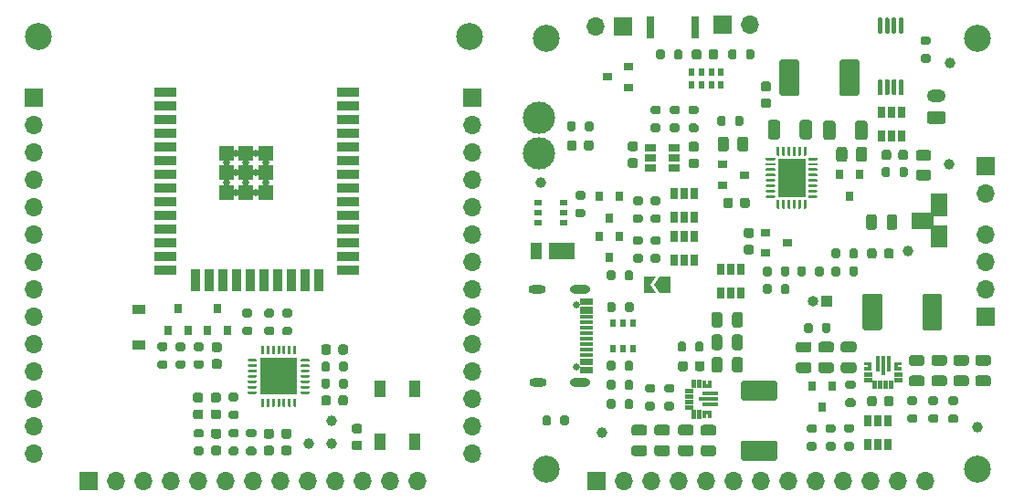
<source format=gbr>
G04 #@! TF.GenerationSoftware,KiCad,Pcbnew,(5.1.8)-1*
G04 #@! TF.CreationDate,2021-02-03T20:38:12+01:00*
G04 #@! TF.ProjectId,SuperPower-uC-KiCad,53757065-7250-46f7-9765-722d75432d4b,rev?*
G04 #@! TF.SameCoordinates,Original*
G04 #@! TF.FileFunction,Soldermask,Top*
G04 #@! TF.FilePolarity,Negative*
%FSLAX46Y46*%
G04 Gerber Fmt 4.6, Leading zero omitted, Abs format (unit mm)*
G04 Created by KiCad (PCBNEW (5.1.8)-1) date 2021-02-03 20:38:12*
%MOMM*%
%LPD*%
G01*
G04 APERTURE LIST*
%ADD10C,0.010000*%
%ADD11O,1.600000X0.800000*%
%ADD12O,1.900000X0.800000*%
%ADD13R,1.150000X0.300000*%
%ADD14C,0.650000*%
%ADD15R,1.330000X1.330000*%
%ADD16R,2.000000X0.900000*%
%ADD17R,0.900000X2.000000*%
%ADD18C,2.500000*%
%ADD19R,3.350000X3.350000*%
%ADD20R,0.800000X2.000000*%
%ADD21O,1.700000X1.700000*%
%ADD22R,1.700000X1.700000*%
%ADD23C,1.000000*%
%ADD24R,2.650000X3.650000*%
%ADD25C,3.000000*%
%ADD26R,0.700000X0.510000*%
%ADD27R,0.900000X0.800000*%
%ADD28R,0.800000X0.900000*%
%ADD29R,1.060000X0.650000*%
%ADD30R,1.500000X1.500000*%
%ADD31C,0.100000*%
%ADD32R,1.200000X0.900000*%
%ADD33O,1.000000X1.000000*%
%ADD34R,1.000000X1.000000*%
%ADD35R,0.510000X0.700000*%
%ADD36R,0.650000X1.060000*%
%ADD37R,1.000000X1.500000*%
%ADD38R,1.050000X1.500000*%
%ADD39R,2.400000X1.500000*%
%ADD40R,0.500000X0.800000*%
%ADD41O,1.750000X1.200000*%
G04 APERTURE END LIST*
D10*
G36*
X166533400Y-111295000D02*
G01*
X165783400Y-111295000D01*
X165783400Y-110695000D01*
X166033400Y-110695000D01*
X166033400Y-111045000D01*
X166283400Y-111045000D01*
X166283400Y-110695000D01*
X166533400Y-110695000D01*
X166533400Y-111295000D01*
G37*
X166533400Y-111295000D02*
X165783400Y-111295000D01*
X165783400Y-110695000D01*
X166033400Y-110695000D01*
X166033400Y-111045000D01*
X166283400Y-111045000D01*
X166283400Y-110695000D01*
X166533400Y-110695000D01*
X166533400Y-111295000D01*
G36*
X165783400Y-113495000D02*
G01*
X166533400Y-113495000D01*
X166533400Y-114095000D01*
X166283400Y-114095000D01*
X166283400Y-113745000D01*
X166033400Y-113745000D01*
X166033400Y-114095000D01*
X165783400Y-114095000D01*
X165783400Y-113495000D01*
G37*
X165783400Y-113495000D02*
X166533400Y-113495000D01*
X166533400Y-114095000D01*
X166283400Y-114095000D01*
X166283400Y-113745000D01*
X166033400Y-113745000D01*
X166033400Y-114095000D01*
X165783400Y-114095000D01*
X165783400Y-113495000D01*
G36*
X165233400Y-110645000D02*
G01*
X165583400Y-110645000D01*
X165583400Y-111345000D01*
X165233400Y-111345000D01*
X165233400Y-110645000D01*
G37*
X165233400Y-110645000D02*
X165583400Y-110645000D01*
X165583400Y-111345000D01*
X165233400Y-111345000D01*
X165233400Y-110645000D01*
G36*
X164733400Y-110645000D02*
G01*
X165083400Y-110645000D01*
X165083400Y-111345000D01*
X164733400Y-111345000D01*
X164733400Y-110645000D01*
G37*
X164733400Y-110645000D02*
X165083400Y-110645000D01*
X165083400Y-111345000D01*
X164733400Y-111345000D01*
X164733400Y-110645000D01*
G36*
X165233400Y-113445000D02*
G01*
X165583400Y-113445000D01*
X165583400Y-114145000D01*
X165233400Y-114145000D01*
X165233400Y-113445000D01*
G37*
X165233400Y-113445000D02*
X165583400Y-113445000D01*
X165583400Y-114145000D01*
X165233400Y-114145000D01*
X165233400Y-113445000D01*
G36*
X164733400Y-113445000D02*
G01*
X165083400Y-113445000D01*
X165083400Y-114145000D01*
X164733400Y-114145000D01*
X164733400Y-113445000D01*
G37*
X164733400Y-113445000D02*
X165083400Y-113445000D01*
X165083400Y-114145000D01*
X164733400Y-114145000D01*
X164733400Y-113445000D01*
G36*
X164133400Y-112970000D02*
G01*
X164833400Y-112970000D01*
X164833400Y-113320000D01*
X164133400Y-113320000D01*
X164133400Y-112970000D01*
G37*
X164133400Y-112970000D02*
X164833400Y-112970000D01*
X164833400Y-113320000D01*
X164133400Y-113320000D01*
X164133400Y-112970000D01*
G36*
X164133400Y-112470000D02*
G01*
X164833400Y-112470000D01*
X164833400Y-112820000D01*
X164133400Y-112820000D01*
X164133400Y-112470000D01*
G37*
X164133400Y-112470000D02*
X164833400Y-112470000D01*
X164833400Y-112820000D01*
X164133400Y-112820000D01*
X164133400Y-112470000D01*
G36*
X164133400Y-111970000D02*
G01*
X164833400Y-111970000D01*
X164833400Y-112320000D01*
X164133400Y-112320000D01*
X164133400Y-111970000D01*
G37*
X164133400Y-111970000D02*
X164833400Y-111970000D01*
X164833400Y-112320000D01*
X164133400Y-112320000D01*
X164133400Y-111970000D01*
G36*
X164133400Y-111470000D02*
G01*
X164833400Y-111470000D01*
X164833400Y-111820000D01*
X164133400Y-111820000D01*
X164133400Y-111470000D01*
G37*
X164133400Y-111470000D02*
X164833400Y-111470000D01*
X164833400Y-111820000D01*
X164133400Y-111820000D01*
X164133400Y-111470000D01*
G36*
X165733400Y-112770000D02*
G01*
X167083400Y-112770000D01*
X167083400Y-113020000D01*
X165733400Y-113020000D01*
X165733400Y-112770000D01*
G37*
X165733400Y-112770000D02*
X167083400Y-112770000D01*
X167083400Y-113020000D01*
X165733400Y-113020000D01*
X165733400Y-112770000D01*
G36*
X165383400Y-112270000D02*
G01*
X167083400Y-112270000D01*
X167083400Y-112520000D01*
X165383400Y-112520000D01*
X165383400Y-112270000D01*
G37*
X165383400Y-112270000D02*
X167083400Y-112270000D01*
X167083400Y-112520000D01*
X165383400Y-112520000D01*
X165383400Y-112270000D01*
G36*
X165733400Y-111770000D02*
G01*
X167083400Y-111770000D01*
X167083400Y-112020000D01*
X165733400Y-112020000D01*
X165733400Y-111770000D01*
G37*
X165733400Y-111770000D02*
X167083400Y-111770000D01*
X167083400Y-112020000D01*
X165733400Y-112020000D01*
X165733400Y-111770000D01*
G36*
X181825400Y-109778300D02*
G01*
X181825400Y-108428300D01*
X182075400Y-108428300D01*
X182075400Y-109778300D01*
X181825400Y-109778300D01*
G37*
X181825400Y-109778300D02*
X181825400Y-108428300D01*
X182075400Y-108428300D01*
X182075400Y-109778300D01*
X181825400Y-109778300D01*
G36*
X182325400Y-110128300D02*
G01*
X182325400Y-108428300D01*
X182575400Y-108428300D01*
X182575400Y-110128300D01*
X182325400Y-110128300D01*
G37*
X182325400Y-110128300D02*
X182325400Y-108428300D01*
X182575400Y-108428300D01*
X182575400Y-110128300D01*
X182325400Y-110128300D01*
G36*
X182825400Y-109778300D02*
G01*
X182825400Y-108428300D01*
X183075400Y-108428300D01*
X183075400Y-109778300D01*
X182825400Y-109778300D01*
G37*
X182825400Y-109778300D02*
X182825400Y-108428300D01*
X183075400Y-108428300D01*
X183075400Y-109778300D01*
X182825400Y-109778300D01*
G36*
X181525400Y-111378300D02*
G01*
X181525400Y-110678300D01*
X181875400Y-110678300D01*
X181875400Y-111378300D01*
X181525400Y-111378300D01*
G37*
X181525400Y-111378300D02*
X181525400Y-110678300D01*
X181875400Y-110678300D01*
X181875400Y-111378300D01*
X181525400Y-111378300D01*
G36*
X182025400Y-111378300D02*
G01*
X182025400Y-110678300D01*
X182375400Y-110678300D01*
X182375400Y-111378300D01*
X182025400Y-111378300D01*
G37*
X182025400Y-111378300D02*
X182025400Y-110678300D01*
X182375400Y-110678300D01*
X182375400Y-111378300D01*
X182025400Y-111378300D01*
G36*
X182525400Y-111378300D02*
G01*
X182525400Y-110678300D01*
X182875400Y-110678300D01*
X182875400Y-111378300D01*
X182525400Y-111378300D01*
G37*
X182525400Y-111378300D02*
X182525400Y-110678300D01*
X182875400Y-110678300D01*
X182875400Y-111378300D01*
X182525400Y-111378300D01*
G36*
X183025400Y-111378300D02*
G01*
X183025400Y-110678300D01*
X183375400Y-110678300D01*
X183375400Y-111378300D01*
X183025400Y-111378300D01*
G37*
X183025400Y-111378300D02*
X183025400Y-110678300D01*
X183375400Y-110678300D01*
X183375400Y-111378300D01*
X183025400Y-111378300D01*
G36*
X183500400Y-110778300D02*
G01*
X183500400Y-110428300D01*
X184200400Y-110428300D01*
X184200400Y-110778300D01*
X183500400Y-110778300D01*
G37*
X183500400Y-110778300D02*
X183500400Y-110428300D01*
X184200400Y-110428300D01*
X184200400Y-110778300D01*
X183500400Y-110778300D01*
G36*
X183500400Y-110278300D02*
G01*
X183500400Y-109928300D01*
X184200400Y-109928300D01*
X184200400Y-110278300D01*
X183500400Y-110278300D01*
G37*
X183500400Y-110278300D02*
X183500400Y-109928300D01*
X184200400Y-109928300D01*
X184200400Y-110278300D01*
X183500400Y-110278300D01*
G36*
X180700400Y-110778300D02*
G01*
X180700400Y-110428300D01*
X181400400Y-110428300D01*
X181400400Y-110778300D01*
X180700400Y-110778300D01*
G37*
X180700400Y-110778300D02*
X180700400Y-110428300D01*
X181400400Y-110428300D01*
X181400400Y-110778300D01*
X180700400Y-110778300D01*
G36*
X180700400Y-110278300D02*
G01*
X180700400Y-109928300D01*
X181400400Y-109928300D01*
X181400400Y-110278300D01*
X180700400Y-110278300D01*
G37*
X180700400Y-110278300D02*
X180700400Y-109928300D01*
X181400400Y-109928300D01*
X181400400Y-110278300D01*
X180700400Y-110278300D01*
G36*
X183550400Y-109728300D02*
G01*
X183550400Y-108978300D01*
X184150400Y-108978300D01*
X184150400Y-109228300D01*
X183800400Y-109228300D01*
X183800400Y-109478300D01*
X184150400Y-109478300D01*
X184150400Y-109728300D01*
X183550400Y-109728300D01*
G37*
X183550400Y-109728300D02*
X183550400Y-108978300D01*
X184150400Y-108978300D01*
X184150400Y-109228300D01*
X183800400Y-109228300D01*
X183800400Y-109478300D01*
X184150400Y-109478300D01*
X184150400Y-109728300D01*
X183550400Y-109728300D01*
G36*
X181350400Y-108978300D02*
G01*
X181350400Y-109728300D01*
X180750400Y-109728300D01*
X180750400Y-109478300D01*
X181100400Y-109478300D01*
X181100400Y-109228300D01*
X180750400Y-109228300D01*
X180750400Y-108978300D01*
X181350400Y-108978300D01*
G37*
X181350400Y-108978300D02*
X181350400Y-109728300D01*
X180750400Y-109728300D01*
X180750400Y-109478300D01*
X181100400Y-109478300D01*
X181100400Y-109228300D01*
X180750400Y-109228300D01*
X180750400Y-108978300D01*
X181350400Y-108978300D01*
D11*
X150465000Y-102228400D03*
X150515000Y-110878400D03*
D12*
X154415000Y-102228400D03*
X154415000Y-110878400D03*
D13*
X155041600Y-107329510D03*
X155041600Y-104825800D03*
X155041600Y-105326542D03*
X155041600Y-105827284D03*
X155041600Y-106328026D03*
X155041600Y-106828768D03*
X155041600Y-107830252D03*
X155041600Y-108331000D03*
X155041600Y-108813600D03*
X155041600Y-109118400D03*
X155041600Y-109613700D03*
X155041600Y-109905800D03*
X155041600Y-104330500D03*
X155041600Y-104025700D03*
X155041600Y-103530400D03*
X155041600Y-103225600D03*
D14*
X154051000Y-103682800D03*
X154051000Y-109448600D03*
D15*
X123444760Y-91431760D03*
D16*
X115944760Y-83931760D03*
X115944760Y-85201760D03*
X115944760Y-86471760D03*
X115944760Y-87741760D03*
X115944760Y-89011760D03*
X115944760Y-90281760D03*
X115944760Y-91551760D03*
X115944760Y-92821760D03*
X115944760Y-94091760D03*
X115944760Y-95361760D03*
X115944760Y-96631760D03*
X115944760Y-97901760D03*
X115944760Y-99171760D03*
X115944760Y-100441760D03*
D17*
X118729760Y-101441760D03*
X119999760Y-101441760D03*
X121269760Y-101441760D03*
X122539760Y-101441760D03*
X123809760Y-101441760D03*
X125079760Y-101441760D03*
X126349760Y-101441760D03*
X127619760Y-101441760D03*
X128889760Y-101441760D03*
X130159760Y-101441760D03*
D16*
X132944760Y-100441760D03*
X132944760Y-99171760D03*
X132944760Y-97901760D03*
X132944760Y-96631760D03*
X132944760Y-95361760D03*
X132944760Y-94091760D03*
X132944760Y-92821760D03*
X132944760Y-91551760D03*
X132944760Y-90281760D03*
X132944760Y-89011760D03*
X132944760Y-87741760D03*
X132944760Y-86471760D03*
X132944760Y-85201760D03*
X132944760Y-83931760D03*
D15*
X121609760Y-89596760D03*
X123444760Y-89596760D03*
X125279760Y-89596760D03*
X125279760Y-91431760D03*
X125279760Y-93266760D03*
X123444760Y-93266760D03*
X121609760Y-93266760D03*
X121609760Y-91431760D03*
D14*
X122527260Y-89596760D03*
X124362260Y-89596760D03*
X121609760Y-90514260D03*
X121609760Y-92349260D03*
X123444760Y-90514260D03*
X125279760Y-90514260D03*
X123444760Y-92349260D03*
X125279760Y-92349260D03*
X122527260Y-91431760D03*
X122527260Y-93266760D03*
X124362260Y-91431760D03*
X124362260Y-93266760D03*
G36*
G01*
X172893500Y-84128500D02*
X172893500Y-81098500D01*
G75*
G02*
X173078500Y-80913500I185000J0D01*
G01*
X174558500Y-80913500D01*
G75*
G02*
X174743500Y-81098500I0J-185000D01*
G01*
X174743500Y-84128500D01*
G75*
G02*
X174558500Y-84313500I-185000J0D01*
G01*
X173078500Y-84313500D01*
G75*
G02*
X172893500Y-84128500I0J185000D01*
G01*
G37*
G36*
G01*
X178443500Y-84128500D02*
X178443500Y-81098500D01*
G75*
G02*
X178628500Y-80913500I185000J0D01*
G01*
X180108500Y-80913500D01*
G75*
G02*
X180293500Y-81098500I0J-185000D01*
G01*
X180293500Y-84128500D01*
G75*
G02*
X180108500Y-84313500I-185000J0D01*
G01*
X178628500Y-84313500D01*
G75*
G02*
X178443500Y-84128500I0J185000D01*
G01*
G37*
D18*
X144205960Y-78826360D03*
X104175560Y-78826360D03*
X151257000Y-118948200D03*
X191262000Y-118948200D03*
X191262000Y-78943200D03*
X151257000Y-78943200D03*
D19*
X126476760Y-110322360D03*
G36*
G01*
X124851760Y-108209860D02*
X124851760Y-107534860D01*
G75*
G02*
X124914260Y-107472360I62500J0D01*
G01*
X125039260Y-107472360D01*
G75*
G02*
X125101760Y-107534860I0J-62500D01*
G01*
X125101760Y-108209860D01*
G75*
G02*
X125039260Y-108272360I-62500J0D01*
G01*
X124914260Y-108272360D01*
G75*
G02*
X124851760Y-108209860I0J62500D01*
G01*
G37*
G36*
G01*
X125351760Y-108209860D02*
X125351760Y-107534860D01*
G75*
G02*
X125414260Y-107472360I62500J0D01*
G01*
X125539260Y-107472360D01*
G75*
G02*
X125601760Y-107534860I0J-62500D01*
G01*
X125601760Y-108209860D01*
G75*
G02*
X125539260Y-108272360I-62500J0D01*
G01*
X125414260Y-108272360D01*
G75*
G02*
X125351760Y-108209860I0J62500D01*
G01*
G37*
G36*
G01*
X125851760Y-108209860D02*
X125851760Y-107534860D01*
G75*
G02*
X125914260Y-107472360I62500J0D01*
G01*
X126039260Y-107472360D01*
G75*
G02*
X126101760Y-107534860I0J-62500D01*
G01*
X126101760Y-108209860D01*
G75*
G02*
X126039260Y-108272360I-62500J0D01*
G01*
X125914260Y-108272360D01*
G75*
G02*
X125851760Y-108209860I0J62500D01*
G01*
G37*
G36*
G01*
X126351760Y-108209860D02*
X126351760Y-107534860D01*
G75*
G02*
X126414260Y-107472360I62500J0D01*
G01*
X126539260Y-107472360D01*
G75*
G02*
X126601760Y-107534860I0J-62500D01*
G01*
X126601760Y-108209860D01*
G75*
G02*
X126539260Y-108272360I-62500J0D01*
G01*
X126414260Y-108272360D01*
G75*
G02*
X126351760Y-108209860I0J62500D01*
G01*
G37*
G36*
G01*
X126851760Y-108209860D02*
X126851760Y-107534860D01*
G75*
G02*
X126914260Y-107472360I62500J0D01*
G01*
X127039260Y-107472360D01*
G75*
G02*
X127101760Y-107534860I0J-62500D01*
G01*
X127101760Y-108209860D01*
G75*
G02*
X127039260Y-108272360I-62500J0D01*
G01*
X126914260Y-108272360D01*
G75*
G02*
X126851760Y-108209860I0J62500D01*
G01*
G37*
G36*
G01*
X127351760Y-108209860D02*
X127351760Y-107534860D01*
G75*
G02*
X127414260Y-107472360I62500J0D01*
G01*
X127539260Y-107472360D01*
G75*
G02*
X127601760Y-107534860I0J-62500D01*
G01*
X127601760Y-108209860D01*
G75*
G02*
X127539260Y-108272360I-62500J0D01*
G01*
X127414260Y-108272360D01*
G75*
G02*
X127351760Y-108209860I0J62500D01*
G01*
G37*
G36*
G01*
X127851760Y-108209860D02*
X127851760Y-107534860D01*
G75*
G02*
X127914260Y-107472360I62500J0D01*
G01*
X128039260Y-107472360D01*
G75*
G02*
X128101760Y-107534860I0J-62500D01*
G01*
X128101760Y-108209860D01*
G75*
G02*
X128039260Y-108272360I-62500J0D01*
G01*
X127914260Y-108272360D01*
G75*
G02*
X127851760Y-108209860I0J62500D01*
G01*
G37*
G36*
G01*
X128526760Y-108884860D02*
X128526760Y-108759860D01*
G75*
G02*
X128589260Y-108697360I62500J0D01*
G01*
X129264260Y-108697360D01*
G75*
G02*
X129326760Y-108759860I0J-62500D01*
G01*
X129326760Y-108884860D01*
G75*
G02*
X129264260Y-108947360I-62500J0D01*
G01*
X128589260Y-108947360D01*
G75*
G02*
X128526760Y-108884860I0J62500D01*
G01*
G37*
G36*
G01*
X128526760Y-109384860D02*
X128526760Y-109259860D01*
G75*
G02*
X128589260Y-109197360I62500J0D01*
G01*
X129264260Y-109197360D01*
G75*
G02*
X129326760Y-109259860I0J-62500D01*
G01*
X129326760Y-109384860D01*
G75*
G02*
X129264260Y-109447360I-62500J0D01*
G01*
X128589260Y-109447360D01*
G75*
G02*
X128526760Y-109384860I0J62500D01*
G01*
G37*
G36*
G01*
X128526760Y-109884860D02*
X128526760Y-109759860D01*
G75*
G02*
X128589260Y-109697360I62500J0D01*
G01*
X129264260Y-109697360D01*
G75*
G02*
X129326760Y-109759860I0J-62500D01*
G01*
X129326760Y-109884860D01*
G75*
G02*
X129264260Y-109947360I-62500J0D01*
G01*
X128589260Y-109947360D01*
G75*
G02*
X128526760Y-109884860I0J62500D01*
G01*
G37*
G36*
G01*
X128526760Y-110384860D02*
X128526760Y-110259860D01*
G75*
G02*
X128589260Y-110197360I62500J0D01*
G01*
X129264260Y-110197360D01*
G75*
G02*
X129326760Y-110259860I0J-62500D01*
G01*
X129326760Y-110384860D01*
G75*
G02*
X129264260Y-110447360I-62500J0D01*
G01*
X128589260Y-110447360D01*
G75*
G02*
X128526760Y-110384860I0J62500D01*
G01*
G37*
G36*
G01*
X128526760Y-110884860D02*
X128526760Y-110759860D01*
G75*
G02*
X128589260Y-110697360I62500J0D01*
G01*
X129264260Y-110697360D01*
G75*
G02*
X129326760Y-110759860I0J-62500D01*
G01*
X129326760Y-110884860D01*
G75*
G02*
X129264260Y-110947360I-62500J0D01*
G01*
X128589260Y-110947360D01*
G75*
G02*
X128526760Y-110884860I0J62500D01*
G01*
G37*
G36*
G01*
X128526760Y-111384860D02*
X128526760Y-111259860D01*
G75*
G02*
X128589260Y-111197360I62500J0D01*
G01*
X129264260Y-111197360D01*
G75*
G02*
X129326760Y-111259860I0J-62500D01*
G01*
X129326760Y-111384860D01*
G75*
G02*
X129264260Y-111447360I-62500J0D01*
G01*
X128589260Y-111447360D01*
G75*
G02*
X128526760Y-111384860I0J62500D01*
G01*
G37*
G36*
G01*
X128526760Y-111884860D02*
X128526760Y-111759860D01*
G75*
G02*
X128589260Y-111697360I62500J0D01*
G01*
X129264260Y-111697360D01*
G75*
G02*
X129326760Y-111759860I0J-62500D01*
G01*
X129326760Y-111884860D01*
G75*
G02*
X129264260Y-111947360I-62500J0D01*
G01*
X128589260Y-111947360D01*
G75*
G02*
X128526760Y-111884860I0J62500D01*
G01*
G37*
G36*
G01*
X127851760Y-113109860D02*
X127851760Y-112434860D01*
G75*
G02*
X127914260Y-112372360I62500J0D01*
G01*
X128039260Y-112372360D01*
G75*
G02*
X128101760Y-112434860I0J-62500D01*
G01*
X128101760Y-113109860D01*
G75*
G02*
X128039260Y-113172360I-62500J0D01*
G01*
X127914260Y-113172360D01*
G75*
G02*
X127851760Y-113109860I0J62500D01*
G01*
G37*
G36*
G01*
X127351760Y-113109860D02*
X127351760Y-112434860D01*
G75*
G02*
X127414260Y-112372360I62500J0D01*
G01*
X127539260Y-112372360D01*
G75*
G02*
X127601760Y-112434860I0J-62500D01*
G01*
X127601760Y-113109860D01*
G75*
G02*
X127539260Y-113172360I-62500J0D01*
G01*
X127414260Y-113172360D01*
G75*
G02*
X127351760Y-113109860I0J62500D01*
G01*
G37*
G36*
G01*
X126851760Y-113109860D02*
X126851760Y-112434860D01*
G75*
G02*
X126914260Y-112372360I62500J0D01*
G01*
X127039260Y-112372360D01*
G75*
G02*
X127101760Y-112434860I0J-62500D01*
G01*
X127101760Y-113109860D01*
G75*
G02*
X127039260Y-113172360I-62500J0D01*
G01*
X126914260Y-113172360D01*
G75*
G02*
X126851760Y-113109860I0J62500D01*
G01*
G37*
G36*
G01*
X126351760Y-113109860D02*
X126351760Y-112434860D01*
G75*
G02*
X126414260Y-112372360I62500J0D01*
G01*
X126539260Y-112372360D01*
G75*
G02*
X126601760Y-112434860I0J-62500D01*
G01*
X126601760Y-113109860D01*
G75*
G02*
X126539260Y-113172360I-62500J0D01*
G01*
X126414260Y-113172360D01*
G75*
G02*
X126351760Y-113109860I0J62500D01*
G01*
G37*
G36*
G01*
X125851760Y-113109860D02*
X125851760Y-112434860D01*
G75*
G02*
X125914260Y-112372360I62500J0D01*
G01*
X126039260Y-112372360D01*
G75*
G02*
X126101760Y-112434860I0J-62500D01*
G01*
X126101760Y-113109860D01*
G75*
G02*
X126039260Y-113172360I-62500J0D01*
G01*
X125914260Y-113172360D01*
G75*
G02*
X125851760Y-113109860I0J62500D01*
G01*
G37*
G36*
G01*
X125351760Y-113109860D02*
X125351760Y-112434860D01*
G75*
G02*
X125414260Y-112372360I62500J0D01*
G01*
X125539260Y-112372360D01*
G75*
G02*
X125601760Y-112434860I0J-62500D01*
G01*
X125601760Y-113109860D01*
G75*
G02*
X125539260Y-113172360I-62500J0D01*
G01*
X125414260Y-113172360D01*
G75*
G02*
X125351760Y-113109860I0J62500D01*
G01*
G37*
G36*
G01*
X124851760Y-113109860D02*
X124851760Y-112434860D01*
G75*
G02*
X124914260Y-112372360I62500J0D01*
G01*
X125039260Y-112372360D01*
G75*
G02*
X125101760Y-112434860I0J-62500D01*
G01*
X125101760Y-113109860D01*
G75*
G02*
X125039260Y-113172360I-62500J0D01*
G01*
X124914260Y-113172360D01*
G75*
G02*
X124851760Y-113109860I0J62500D01*
G01*
G37*
G36*
G01*
X123626760Y-111884860D02*
X123626760Y-111759860D01*
G75*
G02*
X123689260Y-111697360I62500J0D01*
G01*
X124364260Y-111697360D01*
G75*
G02*
X124426760Y-111759860I0J-62500D01*
G01*
X124426760Y-111884860D01*
G75*
G02*
X124364260Y-111947360I-62500J0D01*
G01*
X123689260Y-111947360D01*
G75*
G02*
X123626760Y-111884860I0J62500D01*
G01*
G37*
G36*
G01*
X123626760Y-111384860D02*
X123626760Y-111259860D01*
G75*
G02*
X123689260Y-111197360I62500J0D01*
G01*
X124364260Y-111197360D01*
G75*
G02*
X124426760Y-111259860I0J-62500D01*
G01*
X124426760Y-111384860D01*
G75*
G02*
X124364260Y-111447360I-62500J0D01*
G01*
X123689260Y-111447360D01*
G75*
G02*
X123626760Y-111384860I0J62500D01*
G01*
G37*
G36*
G01*
X123626760Y-110884860D02*
X123626760Y-110759860D01*
G75*
G02*
X123689260Y-110697360I62500J0D01*
G01*
X124364260Y-110697360D01*
G75*
G02*
X124426760Y-110759860I0J-62500D01*
G01*
X124426760Y-110884860D01*
G75*
G02*
X124364260Y-110947360I-62500J0D01*
G01*
X123689260Y-110947360D01*
G75*
G02*
X123626760Y-110884860I0J62500D01*
G01*
G37*
G36*
G01*
X123626760Y-110384860D02*
X123626760Y-110259860D01*
G75*
G02*
X123689260Y-110197360I62500J0D01*
G01*
X124364260Y-110197360D01*
G75*
G02*
X124426760Y-110259860I0J-62500D01*
G01*
X124426760Y-110384860D01*
G75*
G02*
X124364260Y-110447360I-62500J0D01*
G01*
X123689260Y-110447360D01*
G75*
G02*
X123626760Y-110384860I0J62500D01*
G01*
G37*
G36*
G01*
X123626760Y-109884860D02*
X123626760Y-109759860D01*
G75*
G02*
X123689260Y-109697360I62500J0D01*
G01*
X124364260Y-109697360D01*
G75*
G02*
X124426760Y-109759860I0J-62500D01*
G01*
X124426760Y-109884860D01*
G75*
G02*
X124364260Y-109947360I-62500J0D01*
G01*
X123689260Y-109947360D01*
G75*
G02*
X123626760Y-109884860I0J62500D01*
G01*
G37*
G36*
G01*
X123626760Y-109384860D02*
X123626760Y-109259860D01*
G75*
G02*
X123689260Y-109197360I62500J0D01*
G01*
X124364260Y-109197360D01*
G75*
G02*
X124426760Y-109259860I0J-62500D01*
G01*
X124426760Y-109384860D01*
G75*
G02*
X124364260Y-109447360I-62500J0D01*
G01*
X123689260Y-109447360D01*
G75*
G02*
X123626760Y-109384860I0J62500D01*
G01*
G37*
G36*
G01*
X123626760Y-108884860D02*
X123626760Y-108759860D01*
G75*
G02*
X123689260Y-108697360I62500J0D01*
G01*
X124364260Y-108697360D01*
G75*
G02*
X124426760Y-108759860I0J-62500D01*
G01*
X124426760Y-108884860D01*
G75*
G02*
X124364260Y-108947360I-62500J0D01*
G01*
X123689260Y-108947360D01*
G75*
G02*
X123626760Y-108884860I0J62500D01*
G01*
G37*
D20*
X165100000Y-77978000D03*
X160909000Y-77978000D03*
D21*
X192024000Y-97155000D03*
X192024000Y-99695000D03*
X192024000Y-102235000D03*
D22*
X192024000Y-104775000D03*
D23*
X150749000Y-92329000D03*
X188722000Y-81280000D03*
X184785000Y-98679000D03*
X156464000Y-115570000D03*
X191262000Y-115062000D03*
X188595000Y-90678000D03*
D24*
X174015400Y-91897200D03*
G36*
G01*
X172640400Y-89809700D02*
X172640400Y-89084700D01*
G75*
G02*
X172702900Y-89022200I62500J0D01*
G01*
X172827900Y-89022200D01*
G75*
G02*
X172890400Y-89084700I0J-62500D01*
G01*
X172890400Y-89809700D01*
G75*
G02*
X172827900Y-89872200I-62500J0D01*
G01*
X172702900Y-89872200D01*
G75*
G02*
X172640400Y-89809700I0J62500D01*
G01*
G37*
G36*
G01*
X173140400Y-89809700D02*
X173140400Y-89084700D01*
G75*
G02*
X173202900Y-89022200I62500J0D01*
G01*
X173327900Y-89022200D01*
G75*
G02*
X173390400Y-89084700I0J-62500D01*
G01*
X173390400Y-89809700D01*
G75*
G02*
X173327900Y-89872200I-62500J0D01*
G01*
X173202900Y-89872200D01*
G75*
G02*
X173140400Y-89809700I0J62500D01*
G01*
G37*
G36*
G01*
X173640400Y-89809700D02*
X173640400Y-89084700D01*
G75*
G02*
X173702900Y-89022200I62500J0D01*
G01*
X173827900Y-89022200D01*
G75*
G02*
X173890400Y-89084700I0J-62500D01*
G01*
X173890400Y-89809700D01*
G75*
G02*
X173827900Y-89872200I-62500J0D01*
G01*
X173702900Y-89872200D01*
G75*
G02*
X173640400Y-89809700I0J62500D01*
G01*
G37*
G36*
G01*
X174140400Y-89809700D02*
X174140400Y-89084700D01*
G75*
G02*
X174202900Y-89022200I62500J0D01*
G01*
X174327900Y-89022200D01*
G75*
G02*
X174390400Y-89084700I0J-62500D01*
G01*
X174390400Y-89809700D01*
G75*
G02*
X174327900Y-89872200I-62500J0D01*
G01*
X174202900Y-89872200D01*
G75*
G02*
X174140400Y-89809700I0J62500D01*
G01*
G37*
G36*
G01*
X174640400Y-89809700D02*
X174640400Y-89084700D01*
G75*
G02*
X174702900Y-89022200I62500J0D01*
G01*
X174827900Y-89022200D01*
G75*
G02*
X174890400Y-89084700I0J-62500D01*
G01*
X174890400Y-89809700D01*
G75*
G02*
X174827900Y-89872200I-62500J0D01*
G01*
X174702900Y-89872200D01*
G75*
G02*
X174640400Y-89809700I0J62500D01*
G01*
G37*
G36*
G01*
X175140400Y-89809700D02*
X175140400Y-89084700D01*
G75*
G02*
X175202900Y-89022200I62500J0D01*
G01*
X175327900Y-89022200D01*
G75*
G02*
X175390400Y-89084700I0J-62500D01*
G01*
X175390400Y-89809700D01*
G75*
G02*
X175327900Y-89872200I-62500J0D01*
G01*
X175202900Y-89872200D01*
G75*
G02*
X175140400Y-89809700I0J62500D01*
G01*
G37*
G36*
G01*
X175540400Y-90209700D02*
X175540400Y-90084700D01*
G75*
G02*
X175602900Y-90022200I62500J0D01*
G01*
X176327900Y-90022200D01*
G75*
G02*
X176390400Y-90084700I0J-62500D01*
G01*
X176390400Y-90209700D01*
G75*
G02*
X176327900Y-90272200I-62500J0D01*
G01*
X175602900Y-90272200D01*
G75*
G02*
X175540400Y-90209700I0J62500D01*
G01*
G37*
G36*
G01*
X175540400Y-90709700D02*
X175540400Y-90584700D01*
G75*
G02*
X175602900Y-90522200I62500J0D01*
G01*
X176327900Y-90522200D01*
G75*
G02*
X176390400Y-90584700I0J-62500D01*
G01*
X176390400Y-90709700D01*
G75*
G02*
X176327900Y-90772200I-62500J0D01*
G01*
X175602900Y-90772200D01*
G75*
G02*
X175540400Y-90709700I0J62500D01*
G01*
G37*
G36*
G01*
X175540400Y-91209700D02*
X175540400Y-91084700D01*
G75*
G02*
X175602900Y-91022200I62500J0D01*
G01*
X176327900Y-91022200D01*
G75*
G02*
X176390400Y-91084700I0J-62500D01*
G01*
X176390400Y-91209700D01*
G75*
G02*
X176327900Y-91272200I-62500J0D01*
G01*
X175602900Y-91272200D01*
G75*
G02*
X175540400Y-91209700I0J62500D01*
G01*
G37*
G36*
G01*
X175540400Y-91709700D02*
X175540400Y-91584700D01*
G75*
G02*
X175602900Y-91522200I62500J0D01*
G01*
X176327900Y-91522200D01*
G75*
G02*
X176390400Y-91584700I0J-62500D01*
G01*
X176390400Y-91709700D01*
G75*
G02*
X176327900Y-91772200I-62500J0D01*
G01*
X175602900Y-91772200D01*
G75*
G02*
X175540400Y-91709700I0J62500D01*
G01*
G37*
G36*
G01*
X175540400Y-92209700D02*
X175540400Y-92084700D01*
G75*
G02*
X175602900Y-92022200I62500J0D01*
G01*
X176327900Y-92022200D01*
G75*
G02*
X176390400Y-92084700I0J-62500D01*
G01*
X176390400Y-92209700D01*
G75*
G02*
X176327900Y-92272200I-62500J0D01*
G01*
X175602900Y-92272200D01*
G75*
G02*
X175540400Y-92209700I0J62500D01*
G01*
G37*
G36*
G01*
X175540400Y-92709700D02*
X175540400Y-92584700D01*
G75*
G02*
X175602900Y-92522200I62500J0D01*
G01*
X176327900Y-92522200D01*
G75*
G02*
X176390400Y-92584700I0J-62500D01*
G01*
X176390400Y-92709700D01*
G75*
G02*
X176327900Y-92772200I-62500J0D01*
G01*
X175602900Y-92772200D01*
G75*
G02*
X175540400Y-92709700I0J62500D01*
G01*
G37*
G36*
G01*
X175540400Y-93209700D02*
X175540400Y-93084700D01*
G75*
G02*
X175602900Y-93022200I62500J0D01*
G01*
X176327900Y-93022200D01*
G75*
G02*
X176390400Y-93084700I0J-62500D01*
G01*
X176390400Y-93209700D01*
G75*
G02*
X176327900Y-93272200I-62500J0D01*
G01*
X175602900Y-93272200D01*
G75*
G02*
X175540400Y-93209700I0J62500D01*
G01*
G37*
G36*
G01*
X175540400Y-93709700D02*
X175540400Y-93584700D01*
G75*
G02*
X175602900Y-93522200I62500J0D01*
G01*
X176327900Y-93522200D01*
G75*
G02*
X176390400Y-93584700I0J-62500D01*
G01*
X176390400Y-93709700D01*
G75*
G02*
X176327900Y-93772200I-62500J0D01*
G01*
X175602900Y-93772200D01*
G75*
G02*
X175540400Y-93709700I0J62500D01*
G01*
G37*
G36*
G01*
X175140400Y-94709700D02*
X175140400Y-93984700D01*
G75*
G02*
X175202900Y-93922200I62500J0D01*
G01*
X175327900Y-93922200D01*
G75*
G02*
X175390400Y-93984700I0J-62500D01*
G01*
X175390400Y-94709700D01*
G75*
G02*
X175327900Y-94772200I-62500J0D01*
G01*
X175202900Y-94772200D01*
G75*
G02*
X175140400Y-94709700I0J62500D01*
G01*
G37*
G36*
G01*
X174640400Y-94709700D02*
X174640400Y-93984700D01*
G75*
G02*
X174702900Y-93922200I62500J0D01*
G01*
X174827900Y-93922200D01*
G75*
G02*
X174890400Y-93984700I0J-62500D01*
G01*
X174890400Y-94709700D01*
G75*
G02*
X174827900Y-94772200I-62500J0D01*
G01*
X174702900Y-94772200D01*
G75*
G02*
X174640400Y-94709700I0J62500D01*
G01*
G37*
G36*
G01*
X174140400Y-94709700D02*
X174140400Y-93984700D01*
G75*
G02*
X174202900Y-93922200I62500J0D01*
G01*
X174327900Y-93922200D01*
G75*
G02*
X174390400Y-93984700I0J-62500D01*
G01*
X174390400Y-94709700D01*
G75*
G02*
X174327900Y-94772200I-62500J0D01*
G01*
X174202900Y-94772200D01*
G75*
G02*
X174140400Y-94709700I0J62500D01*
G01*
G37*
G36*
G01*
X173640400Y-94709700D02*
X173640400Y-93984700D01*
G75*
G02*
X173702900Y-93922200I62500J0D01*
G01*
X173827900Y-93922200D01*
G75*
G02*
X173890400Y-93984700I0J-62500D01*
G01*
X173890400Y-94709700D01*
G75*
G02*
X173827900Y-94772200I-62500J0D01*
G01*
X173702900Y-94772200D01*
G75*
G02*
X173640400Y-94709700I0J62500D01*
G01*
G37*
G36*
G01*
X173140400Y-94709700D02*
X173140400Y-93984700D01*
G75*
G02*
X173202900Y-93922200I62500J0D01*
G01*
X173327900Y-93922200D01*
G75*
G02*
X173390400Y-93984700I0J-62500D01*
G01*
X173390400Y-94709700D01*
G75*
G02*
X173327900Y-94772200I-62500J0D01*
G01*
X173202900Y-94772200D01*
G75*
G02*
X173140400Y-94709700I0J62500D01*
G01*
G37*
G36*
G01*
X172640400Y-94709700D02*
X172640400Y-93984700D01*
G75*
G02*
X172702900Y-93922200I62500J0D01*
G01*
X172827900Y-93922200D01*
G75*
G02*
X172890400Y-93984700I0J-62500D01*
G01*
X172890400Y-94709700D01*
G75*
G02*
X172827900Y-94772200I-62500J0D01*
G01*
X172702900Y-94772200D01*
G75*
G02*
X172640400Y-94709700I0J62500D01*
G01*
G37*
G36*
G01*
X171640400Y-93709700D02*
X171640400Y-93584700D01*
G75*
G02*
X171702900Y-93522200I62500J0D01*
G01*
X172427900Y-93522200D01*
G75*
G02*
X172490400Y-93584700I0J-62500D01*
G01*
X172490400Y-93709700D01*
G75*
G02*
X172427900Y-93772200I-62500J0D01*
G01*
X171702900Y-93772200D01*
G75*
G02*
X171640400Y-93709700I0J62500D01*
G01*
G37*
G36*
G01*
X171640400Y-93209700D02*
X171640400Y-93084700D01*
G75*
G02*
X171702900Y-93022200I62500J0D01*
G01*
X172427900Y-93022200D01*
G75*
G02*
X172490400Y-93084700I0J-62500D01*
G01*
X172490400Y-93209700D01*
G75*
G02*
X172427900Y-93272200I-62500J0D01*
G01*
X171702900Y-93272200D01*
G75*
G02*
X171640400Y-93209700I0J62500D01*
G01*
G37*
G36*
G01*
X171640400Y-92709700D02*
X171640400Y-92584700D01*
G75*
G02*
X171702900Y-92522200I62500J0D01*
G01*
X172427900Y-92522200D01*
G75*
G02*
X172490400Y-92584700I0J-62500D01*
G01*
X172490400Y-92709700D01*
G75*
G02*
X172427900Y-92772200I-62500J0D01*
G01*
X171702900Y-92772200D01*
G75*
G02*
X171640400Y-92709700I0J62500D01*
G01*
G37*
G36*
G01*
X171640400Y-92209700D02*
X171640400Y-92084700D01*
G75*
G02*
X171702900Y-92022200I62500J0D01*
G01*
X172427900Y-92022200D01*
G75*
G02*
X172490400Y-92084700I0J-62500D01*
G01*
X172490400Y-92209700D01*
G75*
G02*
X172427900Y-92272200I-62500J0D01*
G01*
X171702900Y-92272200D01*
G75*
G02*
X171640400Y-92209700I0J62500D01*
G01*
G37*
G36*
G01*
X171640400Y-91709700D02*
X171640400Y-91584700D01*
G75*
G02*
X171702900Y-91522200I62500J0D01*
G01*
X172427900Y-91522200D01*
G75*
G02*
X172490400Y-91584700I0J-62500D01*
G01*
X172490400Y-91709700D01*
G75*
G02*
X172427900Y-91772200I-62500J0D01*
G01*
X171702900Y-91772200D01*
G75*
G02*
X171640400Y-91709700I0J62500D01*
G01*
G37*
G36*
G01*
X171640400Y-91209700D02*
X171640400Y-91084700D01*
G75*
G02*
X171702900Y-91022200I62500J0D01*
G01*
X172427900Y-91022200D01*
G75*
G02*
X172490400Y-91084700I0J-62500D01*
G01*
X172490400Y-91209700D01*
G75*
G02*
X172427900Y-91272200I-62500J0D01*
G01*
X171702900Y-91272200D01*
G75*
G02*
X171640400Y-91209700I0J62500D01*
G01*
G37*
G36*
G01*
X171640400Y-90709700D02*
X171640400Y-90584700D01*
G75*
G02*
X171702900Y-90522200I62500J0D01*
G01*
X172427900Y-90522200D01*
G75*
G02*
X172490400Y-90584700I0J-62500D01*
G01*
X172490400Y-90709700D01*
G75*
G02*
X172427900Y-90772200I-62500J0D01*
G01*
X171702900Y-90772200D01*
G75*
G02*
X171640400Y-90709700I0J62500D01*
G01*
G37*
G36*
G01*
X171640400Y-90209700D02*
X171640400Y-90084700D01*
G75*
G02*
X171702900Y-90022200I62500J0D01*
G01*
X172427900Y-90022200D01*
G75*
G02*
X172490400Y-90084700I0J-62500D01*
G01*
X172490400Y-90209700D01*
G75*
G02*
X172427900Y-90272200I-62500J0D01*
G01*
X171702900Y-90272200D01*
G75*
G02*
X171640400Y-90209700I0J62500D01*
G01*
G37*
D25*
X150622000Y-86360000D03*
X150622000Y-89662000D03*
D26*
X152861500Y-94173000D03*
X152861500Y-95123000D03*
X152861500Y-96073000D03*
X150541500Y-96073000D03*
X150541500Y-95123000D03*
X150541500Y-94173000D03*
D21*
X186436000Y-120015000D03*
X183896000Y-120015000D03*
X181356000Y-120015000D03*
X178816000Y-120015000D03*
X176276000Y-120015000D03*
X173736000Y-120015000D03*
X171196000Y-120015000D03*
X168656000Y-120015000D03*
X166116000Y-120015000D03*
X163576000Y-120015000D03*
X161036000Y-120015000D03*
X158496000Y-120015000D03*
D22*
X155956000Y-120015000D03*
D21*
X139319000Y-120015000D03*
X136779000Y-120015000D03*
X134239000Y-120015000D03*
X131699000Y-120015000D03*
X129159000Y-120015000D03*
X126619000Y-120015000D03*
X124079000Y-120015000D03*
X121539000Y-120015000D03*
X118999000Y-120015000D03*
X116459000Y-120015000D03*
X113919000Y-120015000D03*
X111379000Y-120015000D03*
D22*
X108839000Y-120015000D03*
D27*
X156924500Y-82550000D03*
X158924500Y-81600000D03*
X158924500Y-83500000D03*
D28*
X179387500Y-93583000D03*
X178437500Y-91583000D03*
X180337500Y-91583000D03*
D27*
X169656000Y-91630500D03*
X167656000Y-92580500D03*
X167656000Y-90680500D03*
D29*
X163152000Y-90043000D03*
X163152000Y-89093000D03*
X163152000Y-90993000D03*
X160952000Y-90993000D03*
X160952000Y-90043000D03*
X160952000Y-89093000D03*
G36*
G01*
X176170000Y-115551400D02*
X175620000Y-115551400D01*
G75*
G02*
X175420000Y-115351400I0J200000D01*
G01*
X175420000Y-114951400D01*
G75*
G02*
X175620000Y-114751400I200000J0D01*
G01*
X176170000Y-114751400D01*
G75*
G02*
X176370000Y-114951400I0J-200000D01*
G01*
X176370000Y-115351400D01*
G75*
G02*
X176170000Y-115551400I-200000J0D01*
G01*
G37*
G36*
G01*
X176170000Y-117201400D02*
X175620000Y-117201400D01*
G75*
G02*
X175420000Y-117001400I0J200000D01*
G01*
X175420000Y-116601400D01*
G75*
G02*
X175620000Y-116401400I200000J0D01*
G01*
X176170000Y-116401400D01*
G75*
G02*
X176370000Y-116601400I0J-200000D01*
G01*
X176370000Y-117001400D01*
G75*
G02*
X176170000Y-117201400I-200000J0D01*
G01*
G37*
D30*
X186430600Y-95891600D03*
D31*
G36*
X186680600Y-95891600D02*
G01*
X186180600Y-96641600D01*
X185180600Y-96641600D01*
X185180600Y-95141600D01*
X186180600Y-95141600D01*
X186680600Y-95891600D01*
G37*
G36*
X187680600Y-94891600D02*
G01*
X186930600Y-94391600D01*
X186930600Y-93391600D01*
X188430600Y-93391600D01*
X188430600Y-94391600D01*
X187680600Y-94891600D01*
G37*
D30*
X187680600Y-94691600D03*
X187680600Y-97091600D03*
D31*
G36*
X186930600Y-98391600D02*
G01*
X186930600Y-97391600D01*
X188430600Y-97391600D01*
X188430600Y-98391600D01*
X186930600Y-98391600D01*
G37*
D27*
X173593000Y-97917000D03*
X171593000Y-98867000D03*
X171593000Y-96967000D03*
D21*
X144399000Y-117475000D03*
X144399000Y-114935000D03*
X144399000Y-112395000D03*
X144399000Y-109855000D03*
X144399000Y-107315000D03*
X144399000Y-104775000D03*
X144399000Y-102235000D03*
X144399000Y-99695000D03*
X144399000Y-97155000D03*
X144399000Y-94615000D03*
X144399000Y-92075000D03*
X144399000Y-89535000D03*
X144399000Y-86995000D03*
D22*
X144399000Y-84455000D03*
D21*
X103759000Y-117475000D03*
X103759000Y-114935000D03*
X103759000Y-112395000D03*
X103759000Y-109855000D03*
X103759000Y-107315000D03*
X103759000Y-104775000D03*
X103759000Y-102235000D03*
X103759000Y-99695000D03*
X103759000Y-97155000D03*
X103759000Y-94615000D03*
X103759000Y-92075000D03*
X103759000Y-89535000D03*
X103759000Y-86995000D03*
D22*
X103759000Y-84455000D03*
D23*
X131404360Y-116596160D03*
X129245360Y-116596160D03*
D28*
X117180360Y-104039160D03*
X118130360Y-106039160D03*
X116230360Y-106039160D03*
D23*
X131404360Y-114437160D03*
G36*
G01*
X125338160Y-105708000D02*
X125888160Y-105708000D01*
G75*
G02*
X126088160Y-105908000I0J-200000D01*
G01*
X126088160Y-106308000D01*
G75*
G02*
X125888160Y-106508000I-200000J0D01*
G01*
X125338160Y-106508000D01*
G75*
G02*
X125138160Y-106308000I0J200000D01*
G01*
X125138160Y-105908000D01*
G75*
G02*
X125338160Y-105708000I200000J0D01*
G01*
G37*
G36*
G01*
X125338160Y-104058000D02*
X125888160Y-104058000D01*
G75*
G02*
X126088160Y-104258000I0J-200000D01*
G01*
X126088160Y-104658000D01*
G75*
G02*
X125888160Y-104858000I-200000J0D01*
G01*
X125338160Y-104858000D01*
G75*
G02*
X125138160Y-104658000I0J200000D01*
G01*
X125138160Y-104258000D01*
G75*
G02*
X125338160Y-104058000I200000J0D01*
G01*
G37*
G36*
G01*
X122036160Y-113490560D02*
X122586160Y-113490560D01*
G75*
G02*
X122786160Y-113690560I0J-200000D01*
G01*
X122786160Y-114090560D01*
G75*
G02*
X122586160Y-114290560I-200000J0D01*
G01*
X122036160Y-114290560D01*
G75*
G02*
X121836160Y-114090560I0J200000D01*
G01*
X121836160Y-113690560D01*
G75*
G02*
X122036160Y-113490560I200000J0D01*
G01*
G37*
G36*
G01*
X122036160Y-111840560D02*
X122586160Y-111840560D01*
G75*
G02*
X122786160Y-112040560I0J-200000D01*
G01*
X122786160Y-112440560D01*
G75*
G02*
X122586160Y-112640560I-200000J0D01*
G01*
X122036160Y-112640560D01*
G75*
G02*
X121836160Y-112440560I0J200000D01*
G01*
X121836160Y-112040560D01*
G75*
G02*
X122036160Y-111840560I200000J0D01*
G01*
G37*
G36*
G01*
X132083360Y-111257760D02*
X132083360Y-110707760D01*
G75*
G02*
X132283360Y-110507760I200000J0D01*
G01*
X132683360Y-110507760D01*
G75*
G02*
X132883360Y-110707760I0J-200000D01*
G01*
X132883360Y-111257760D01*
G75*
G02*
X132683360Y-111457760I-200000J0D01*
G01*
X132283360Y-111457760D01*
G75*
G02*
X132083360Y-111257760I0J200000D01*
G01*
G37*
G36*
G01*
X130433360Y-111257760D02*
X130433360Y-110707760D01*
G75*
G02*
X130633360Y-110507760I200000J0D01*
G01*
X131033360Y-110507760D01*
G75*
G02*
X131233360Y-110707760I0J-200000D01*
G01*
X131233360Y-111257760D01*
G75*
G02*
X131033360Y-111457760I-200000J0D01*
G01*
X130633360Y-111457760D01*
G75*
G02*
X130433360Y-111257760I0J200000D01*
G01*
G37*
G36*
G01*
X123296000Y-105708000D02*
X123846000Y-105708000D01*
G75*
G02*
X124046000Y-105908000I0J-200000D01*
G01*
X124046000Y-106308000D01*
G75*
G02*
X123846000Y-106508000I-200000J0D01*
G01*
X123296000Y-106508000D01*
G75*
G02*
X123096000Y-106308000I0J200000D01*
G01*
X123096000Y-105908000D01*
G75*
G02*
X123296000Y-105708000I200000J0D01*
G01*
G37*
G36*
G01*
X123296000Y-104058000D02*
X123846000Y-104058000D01*
G75*
G02*
X124046000Y-104258000I0J-200000D01*
G01*
X124046000Y-104658000D01*
G75*
G02*
X123846000Y-104858000I-200000J0D01*
G01*
X123296000Y-104858000D01*
G75*
G02*
X123096000Y-104658000I0J200000D01*
G01*
X123096000Y-104258000D01*
G75*
G02*
X123296000Y-104058000I200000J0D01*
G01*
G37*
G36*
G01*
X122586160Y-115993360D02*
X122036160Y-115993360D01*
G75*
G02*
X121836160Y-115793360I0J200000D01*
G01*
X121836160Y-115393360D01*
G75*
G02*
X122036160Y-115193360I200000J0D01*
G01*
X122586160Y-115193360D01*
G75*
G02*
X122786160Y-115393360I0J-200000D01*
G01*
X122786160Y-115793360D01*
G75*
G02*
X122586160Y-115993360I-200000J0D01*
G01*
G37*
G36*
G01*
X122586160Y-117643360D02*
X122036160Y-117643360D01*
G75*
G02*
X121836160Y-117443360I0J200000D01*
G01*
X121836160Y-117043360D01*
G75*
G02*
X122036160Y-116843360I200000J0D01*
G01*
X122586160Y-116843360D01*
G75*
G02*
X122786160Y-117043360I0J-200000D01*
G01*
X122786160Y-117443360D01*
G75*
G02*
X122586160Y-117643360I-200000J0D01*
G01*
G37*
G36*
G01*
X131233360Y-109132960D02*
X131233360Y-109682960D01*
G75*
G02*
X131033360Y-109882960I-200000J0D01*
G01*
X130633360Y-109882960D01*
G75*
G02*
X130433360Y-109682960I0J200000D01*
G01*
X130433360Y-109132960D01*
G75*
G02*
X130633360Y-108932960I200000J0D01*
G01*
X131033360Y-108932960D01*
G75*
G02*
X131233360Y-109132960I0J-200000D01*
G01*
G37*
G36*
G01*
X132883360Y-109132960D02*
X132883360Y-109682960D01*
G75*
G02*
X132683360Y-109882960I-200000J0D01*
G01*
X132283360Y-109882960D01*
G75*
G02*
X132083360Y-109682960I0J200000D01*
G01*
X132083360Y-109132960D01*
G75*
G02*
X132283360Y-108932960I200000J0D01*
G01*
X132683360Y-108932960D01*
G75*
G02*
X132883360Y-109132960I0J-200000D01*
G01*
G37*
G36*
G01*
X119334960Y-107966960D02*
X118784960Y-107966960D01*
G75*
G02*
X118584960Y-107766960I0J200000D01*
G01*
X118584960Y-107366960D01*
G75*
G02*
X118784960Y-107166960I200000J0D01*
G01*
X119334960Y-107166960D01*
G75*
G02*
X119534960Y-107366960I0J-200000D01*
G01*
X119534960Y-107766960D01*
G75*
G02*
X119334960Y-107966960I-200000J0D01*
G01*
G37*
G36*
G01*
X119334960Y-109616960D02*
X118784960Y-109616960D01*
G75*
G02*
X118584960Y-109416960I0J200000D01*
G01*
X118584960Y-109016960D01*
G75*
G02*
X118784960Y-108816960I200000J0D01*
G01*
X119334960Y-108816960D01*
G75*
G02*
X119534960Y-109016960I0J-200000D01*
G01*
X119534960Y-109416960D01*
G75*
G02*
X119334960Y-109616960I-200000J0D01*
G01*
G37*
G36*
G01*
X126989160Y-105708000D02*
X127539160Y-105708000D01*
G75*
G02*
X127739160Y-105908000I0J-200000D01*
G01*
X127739160Y-106308000D01*
G75*
G02*
X127539160Y-106508000I-200000J0D01*
G01*
X126989160Y-106508000D01*
G75*
G02*
X126789160Y-106308000I0J200000D01*
G01*
X126789160Y-105908000D01*
G75*
G02*
X126989160Y-105708000I200000J0D01*
G01*
G37*
G36*
G01*
X126989160Y-104058000D02*
X127539160Y-104058000D01*
G75*
G02*
X127739160Y-104258000I0J-200000D01*
G01*
X127739160Y-104658000D01*
G75*
G02*
X127539160Y-104858000I-200000J0D01*
G01*
X126989160Y-104858000D01*
G75*
G02*
X126789160Y-104658000I0J200000D01*
G01*
X126789160Y-104258000D01*
G75*
G02*
X126989160Y-104058000I200000J0D01*
G01*
G37*
G36*
G01*
X126937960Y-116743360D02*
X127437960Y-116743360D01*
G75*
G02*
X127662960Y-116968360I0J-225000D01*
G01*
X127662960Y-117418360D01*
G75*
G02*
X127437960Y-117643360I-225000J0D01*
G01*
X126937960Y-117643360D01*
G75*
G02*
X126712960Y-117418360I0J225000D01*
G01*
X126712960Y-116968360D01*
G75*
G02*
X126937960Y-116743360I225000J0D01*
G01*
G37*
G36*
G01*
X126937960Y-115193360D02*
X127437960Y-115193360D01*
G75*
G02*
X127662960Y-115418360I0J-225000D01*
G01*
X127662960Y-115868360D01*
G75*
G02*
X127437960Y-116093360I-225000J0D01*
G01*
X126937960Y-116093360D01*
G75*
G02*
X126712960Y-115868360I0J225000D01*
G01*
X126712960Y-115418360D01*
G75*
G02*
X126937960Y-115193360I225000J0D01*
G01*
G37*
G36*
G01*
X125312360Y-116743360D02*
X125812360Y-116743360D01*
G75*
G02*
X126037360Y-116968360I0J-225000D01*
G01*
X126037360Y-117418360D01*
G75*
G02*
X125812360Y-117643360I-225000J0D01*
G01*
X125312360Y-117643360D01*
G75*
G02*
X125087360Y-117418360I0J225000D01*
G01*
X125087360Y-116968360D01*
G75*
G02*
X125312360Y-116743360I225000J0D01*
G01*
G37*
G36*
G01*
X125312360Y-115193360D02*
X125812360Y-115193360D01*
G75*
G02*
X126037360Y-115418360I0J-225000D01*
G01*
X126037360Y-115868360D01*
G75*
G02*
X125812360Y-116093360I-225000J0D01*
G01*
X125312360Y-116093360D01*
G75*
G02*
X125087360Y-115868360I0J225000D01*
G01*
X125087360Y-115418360D01*
G75*
G02*
X125312360Y-115193360I225000J0D01*
G01*
G37*
G36*
G01*
X115982160Y-107966960D02*
X115432160Y-107966960D01*
G75*
G02*
X115232160Y-107766960I0J200000D01*
G01*
X115232160Y-107366960D01*
G75*
G02*
X115432160Y-107166960I200000J0D01*
G01*
X115982160Y-107166960D01*
G75*
G02*
X116182160Y-107366960I0J-200000D01*
G01*
X116182160Y-107766960D01*
G75*
G02*
X115982160Y-107966960I-200000J0D01*
G01*
G37*
G36*
G01*
X115982160Y-109616960D02*
X115432160Y-109616960D01*
G75*
G02*
X115232160Y-109416960I0J200000D01*
G01*
X115232160Y-109016960D01*
G75*
G02*
X115432160Y-108816960I200000J0D01*
G01*
X115982160Y-108816960D01*
G75*
G02*
X116182160Y-109016960I0J-200000D01*
G01*
X116182160Y-109416960D01*
G75*
G02*
X115982160Y-109616960I-200000J0D01*
G01*
G37*
D32*
X113522760Y-104151160D03*
X113522760Y-107451160D03*
D28*
X120787160Y-104039160D03*
X121737160Y-106039160D03*
X119837160Y-106039160D03*
G36*
G01*
X123661760Y-116843360D02*
X124211760Y-116843360D01*
G75*
G02*
X124411760Y-117043360I0J-200000D01*
G01*
X124411760Y-117443360D01*
G75*
G02*
X124211760Y-117643360I-200000J0D01*
G01*
X123661760Y-117643360D01*
G75*
G02*
X123461760Y-117443360I0J200000D01*
G01*
X123461760Y-117043360D01*
G75*
G02*
X123661760Y-116843360I200000J0D01*
G01*
G37*
G36*
G01*
X123661760Y-115193360D02*
X124211760Y-115193360D01*
G75*
G02*
X124411760Y-115393360I0J-200000D01*
G01*
X124411760Y-115793360D01*
G75*
G02*
X124211760Y-115993360I-200000J0D01*
G01*
X123661760Y-115993360D01*
G75*
G02*
X123461760Y-115793360I0J200000D01*
G01*
X123461760Y-115393360D01*
G75*
G02*
X123661760Y-115193360I200000J0D01*
G01*
G37*
G36*
G01*
X117108560Y-108816960D02*
X117658560Y-108816960D01*
G75*
G02*
X117858560Y-109016960I0J-200000D01*
G01*
X117858560Y-109416960D01*
G75*
G02*
X117658560Y-109616960I-200000J0D01*
G01*
X117108560Y-109616960D01*
G75*
G02*
X116908560Y-109416960I0J200000D01*
G01*
X116908560Y-109016960D01*
G75*
G02*
X117108560Y-108816960I200000J0D01*
G01*
G37*
G36*
G01*
X117108560Y-107166960D02*
X117658560Y-107166960D01*
G75*
G02*
X117858560Y-107366960I0J-200000D01*
G01*
X117858560Y-107766960D01*
G75*
G02*
X117658560Y-107966960I-200000J0D01*
G01*
X117108560Y-107966960D01*
G75*
G02*
X116908560Y-107766960I0J200000D01*
G01*
X116908560Y-107366960D01*
G75*
G02*
X117108560Y-107166960I200000J0D01*
G01*
G37*
G36*
G01*
X120410160Y-113390560D02*
X120910160Y-113390560D01*
G75*
G02*
X121135160Y-113615560I0J-225000D01*
G01*
X121135160Y-114065560D01*
G75*
G02*
X120910160Y-114290560I-225000J0D01*
G01*
X120410160Y-114290560D01*
G75*
G02*
X120185160Y-114065560I0J225000D01*
G01*
X120185160Y-113615560D01*
G75*
G02*
X120410160Y-113390560I225000J0D01*
G01*
G37*
G36*
G01*
X120410160Y-111840560D02*
X120910160Y-111840560D01*
G75*
G02*
X121135160Y-112065560I0J-225000D01*
G01*
X121135160Y-112515560D01*
G75*
G02*
X120910160Y-112740560I-225000J0D01*
G01*
X120410160Y-112740560D01*
G75*
G02*
X120185160Y-112515560I0J225000D01*
G01*
X120185160Y-112065560D01*
G75*
G02*
X120410160Y-111840560I225000J0D01*
G01*
G37*
G36*
G01*
X132008360Y-108089410D02*
X132008360Y-107576910D01*
G75*
G02*
X132227110Y-107358160I218750J0D01*
G01*
X132664610Y-107358160D01*
G75*
G02*
X132883360Y-107576910I0J-218750D01*
G01*
X132883360Y-108089410D01*
G75*
G02*
X132664610Y-108308160I-218750J0D01*
G01*
X132227110Y-108308160D01*
G75*
G02*
X132008360Y-108089410I0J218750D01*
G01*
G37*
G36*
G01*
X130433360Y-108089410D02*
X130433360Y-107576910D01*
G75*
G02*
X130652110Y-107358160I218750J0D01*
G01*
X131089610Y-107358160D01*
G75*
G02*
X131308360Y-107576910I0J-218750D01*
G01*
X131308360Y-108089410D01*
G75*
G02*
X131089610Y-108308160I-218750J0D01*
G01*
X130652110Y-108308160D01*
G75*
G02*
X130433360Y-108089410I0J218750D01*
G01*
G37*
G36*
G01*
X118784960Y-116843360D02*
X119334960Y-116843360D01*
G75*
G02*
X119534960Y-117043360I0J-200000D01*
G01*
X119534960Y-117443360D01*
G75*
G02*
X119334960Y-117643360I-200000J0D01*
G01*
X118784960Y-117643360D01*
G75*
G02*
X118584960Y-117443360I0J200000D01*
G01*
X118584960Y-117043360D01*
G75*
G02*
X118784960Y-116843360I200000J0D01*
G01*
G37*
G36*
G01*
X118784960Y-115193360D02*
X119334960Y-115193360D01*
G75*
G02*
X119534960Y-115393360I0J-200000D01*
G01*
X119534960Y-115793360D01*
G75*
G02*
X119334960Y-115993360I-200000J0D01*
G01*
X118784960Y-115993360D01*
G75*
G02*
X118584960Y-115793360I0J200000D01*
G01*
X118584960Y-115393360D01*
G75*
G02*
X118784960Y-115193360I200000J0D01*
G01*
G37*
G36*
G01*
X120486360Y-108716960D02*
X120986360Y-108716960D01*
G75*
G02*
X121211360Y-108941960I0J-225000D01*
G01*
X121211360Y-109391960D01*
G75*
G02*
X120986360Y-109616960I-225000J0D01*
G01*
X120486360Y-109616960D01*
G75*
G02*
X120261360Y-109391960I0J225000D01*
G01*
X120261360Y-108941960D01*
G75*
G02*
X120486360Y-108716960I225000J0D01*
G01*
G37*
G36*
G01*
X120486360Y-107166960D02*
X120986360Y-107166960D01*
G75*
G02*
X121211360Y-107391960I0J-225000D01*
G01*
X121211360Y-107841960D01*
G75*
G02*
X120986360Y-108066960I-225000J0D01*
G01*
X120486360Y-108066960D01*
G75*
G02*
X120261360Y-107841960I0J225000D01*
G01*
X120261360Y-107391960D01*
G75*
G02*
X120486360Y-107166960I225000J0D01*
G01*
G37*
G36*
G01*
X120435560Y-116743360D02*
X120935560Y-116743360D01*
G75*
G02*
X121160560Y-116968360I0J-225000D01*
G01*
X121160560Y-117418360D01*
G75*
G02*
X120935560Y-117643360I-225000J0D01*
G01*
X120435560Y-117643360D01*
G75*
G02*
X120210560Y-117418360I0J225000D01*
G01*
X120210560Y-116968360D01*
G75*
G02*
X120435560Y-116743360I225000J0D01*
G01*
G37*
G36*
G01*
X120435560Y-115193360D02*
X120935560Y-115193360D01*
G75*
G02*
X121160560Y-115418360I0J-225000D01*
G01*
X121160560Y-115868360D01*
G75*
G02*
X120935560Y-116093360I-225000J0D01*
G01*
X120435560Y-116093360D01*
G75*
G02*
X120210560Y-115868360I0J225000D01*
G01*
X120210560Y-115418360D01*
G75*
G02*
X120435560Y-115193360I225000J0D01*
G01*
G37*
G36*
G01*
X118759160Y-113390560D02*
X119259160Y-113390560D01*
G75*
G02*
X119484160Y-113615560I0J-225000D01*
G01*
X119484160Y-114065560D01*
G75*
G02*
X119259160Y-114290560I-225000J0D01*
G01*
X118759160Y-114290560D01*
G75*
G02*
X118534160Y-114065560I0J225000D01*
G01*
X118534160Y-113615560D01*
G75*
G02*
X118759160Y-113390560I225000J0D01*
G01*
G37*
G36*
G01*
X118759160Y-111840560D02*
X119259160Y-111840560D01*
G75*
G02*
X119484160Y-112065560I0J-225000D01*
G01*
X119484160Y-112515560D01*
G75*
G02*
X119259160Y-112740560I-225000J0D01*
G01*
X118759160Y-112740560D01*
G75*
G02*
X118534160Y-112515560I0J225000D01*
G01*
X118534160Y-112065560D01*
G75*
G02*
X118759160Y-111840560I225000J0D01*
G01*
G37*
G36*
G01*
X132008360Y-112813810D02*
X132008360Y-112301310D01*
G75*
G02*
X132227110Y-112082560I218750J0D01*
G01*
X132664610Y-112082560D01*
G75*
G02*
X132883360Y-112301310I0J-218750D01*
G01*
X132883360Y-112813810D01*
G75*
G02*
X132664610Y-113032560I-218750J0D01*
G01*
X132227110Y-113032560D01*
G75*
G02*
X132008360Y-112813810I0J218750D01*
G01*
G37*
G36*
G01*
X130433360Y-112813810D02*
X130433360Y-112301310D01*
G75*
G02*
X130652110Y-112082560I218750J0D01*
G01*
X131089610Y-112082560D01*
G75*
G02*
X131308360Y-112301310I0J-218750D01*
G01*
X131308360Y-112813810D01*
G75*
G02*
X131089610Y-113032560I-218750J0D01*
G01*
X130652110Y-113032560D01*
G75*
G02*
X130433360Y-112813810I0J218750D01*
G01*
G37*
D21*
X192024000Y-93345000D03*
D22*
X192024000Y-90805000D03*
D33*
X176022000Y-103378000D03*
D34*
X177292000Y-103378000D03*
G36*
G01*
X171813000Y-88089501D02*
X171813000Y-86789499D01*
G75*
G02*
X172062999Y-86539500I249999J0D01*
G01*
X172713001Y-86539500D01*
G75*
G02*
X172963000Y-86789499I0J-249999D01*
G01*
X172963000Y-88089501D01*
G75*
G02*
X172713001Y-88339500I-249999J0D01*
G01*
X172062999Y-88339500D01*
G75*
G02*
X171813000Y-88089501I0J249999D01*
G01*
G37*
G36*
G01*
X174763000Y-88089501D02*
X174763000Y-86789499D01*
G75*
G02*
X175012999Y-86539500I249999J0D01*
G01*
X175663001Y-86539500D01*
G75*
G02*
X175913000Y-86789499I0J-249999D01*
G01*
X175913000Y-88089501D01*
G75*
G02*
X175663001Y-88339500I-249999J0D01*
G01*
X175012999Y-88339500D01*
G75*
G02*
X174763000Y-88089501I0J249999D01*
G01*
G37*
D35*
X157431700Y-105418400D03*
X158381700Y-105418400D03*
X159331700Y-105418400D03*
X159331700Y-107738400D03*
X158381700Y-107738400D03*
X157431700Y-107738400D03*
G36*
G01*
X177897200Y-115551400D02*
X177347200Y-115551400D01*
G75*
G02*
X177147200Y-115351400I0J200000D01*
G01*
X177147200Y-114951400D01*
G75*
G02*
X177347200Y-114751400I200000J0D01*
G01*
X177897200Y-114751400D01*
G75*
G02*
X178097200Y-114951400I0J-200000D01*
G01*
X178097200Y-115351400D01*
G75*
G02*
X177897200Y-115551400I-200000J0D01*
G01*
G37*
G36*
G01*
X177897200Y-117201400D02*
X177347200Y-117201400D01*
G75*
G02*
X177147200Y-117001400I0J200000D01*
G01*
X177147200Y-116601400D01*
G75*
G02*
X177347200Y-116401400I200000J0D01*
G01*
X177897200Y-116401400D01*
G75*
G02*
X178097200Y-116601400I0J-200000D01*
G01*
X178097200Y-117001400D01*
G75*
G02*
X177897200Y-117201400I-200000J0D01*
G01*
G37*
G36*
G01*
X179074400Y-116401400D02*
X179624400Y-116401400D01*
G75*
G02*
X179824400Y-116601400I0J-200000D01*
G01*
X179824400Y-117001400D01*
G75*
G02*
X179624400Y-117201400I-200000J0D01*
G01*
X179074400Y-117201400D01*
G75*
G02*
X178874400Y-117001400I0J200000D01*
G01*
X178874400Y-116601400D01*
G75*
G02*
X179074400Y-116401400I200000J0D01*
G01*
G37*
G36*
G01*
X179074400Y-114751400D02*
X179624400Y-114751400D01*
G75*
G02*
X179824400Y-114951400I0J-200000D01*
G01*
X179824400Y-115351400D01*
G75*
G02*
X179624400Y-115551400I-200000J0D01*
G01*
X179074400Y-115551400D01*
G75*
G02*
X178874400Y-115351400I0J200000D01*
G01*
X178874400Y-114951400D01*
G75*
G02*
X179074400Y-114751400I200000J0D01*
G01*
G37*
G36*
G01*
X161142000Y-86873900D02*
X161692000Y-86873900D01*
G75*
G02*
X161892000Y-87073900I0J-200000D01*
G01*
X161892000Y-87473900D01*
G75*
G02*
X161692000Y-87673900I-200000J0D01*
G01*
X161142000Y-87673900D01*
G75*
G02*
X160942000Y-87473900I0J200000D01*
G01*
X160942000Y-87073900D01*
G75*
G02*
X161142000Y-86873900I200000J0D01*
G01*
G37*
G36*
G01*
X161142000Y-85223900D02*
X161692000Y-85223900D01*
G75*
G02*
X161892000Y-85423900I0J-200000D01*
G01*
X161892000Y-85823900D01*
G75*
G02*
X161692000Y-86023900I-200000J0D01*
G01*
X161142000Y-86023900D01*
G75*
G02*
X160942000Y-85823900I0J200000D01*
G01*
X160942000Y-85423900D01*
G75*
G02*
X161142000Y-85223900I200000J0D01*
G01*
G37*
D36*
X181991000Y-116670000D03*
X182941000Y-116670000D03*
X181041000Y-116670000D03*
X181041000Y-114470000D03*
X181991000Y-114470000D03*
X182941000Y-114470000D03*
D28*
X176860200Y-113204500D03*
X175910200Y-111204500D03*
X177810200Y-111204500D03*
G36*
G01*
X159058800Y-90075900D02*
X159558800Y-90075900D01*
G75*
G02*
X159783800Y-90300900I0J-225000D01*
G01*
X159783800Y-90750900D01*
G75*
G02*
X159558800Y-90975900I-225000J0D01*
G01*
X159058800Y-90975900D01*
G75*
G02*
X158833800Y-90750900I0J225000D01*
G01*
X158833800Y-90300900D01*
G75*
G02*
X159058800Y-90075900I225000J0D01*
G01*
G37*
G36*
G01*
X159058800Y-88525900D02*
X159558800Y-88525900D01*
G75*
G02*
X159783800Y-88750900I0J-225000D01*
G01*
X159783800Y-89200900D01*
G75*
G02*
X159558800Y-89425900I-225000J0D01*
G01*
X159058800Y-89425900D01*
G75*
G02*
X158833800Y-89200900I0J225000D01*
G01*
X158833800Y-88750900D01*
G75*
G02*
X159058800Y-88525900I225000J0D01*
G01*
G37*
G36*
G01*
X164697600Y-90114000D02*
X165197600Y-90114000D01*
G75*
G02*
X165422600Y-90339000I0J-225000D01*
G01*
X165422600Y-90789000D01*
G75*
G02*
X165197600Y-91014000I-225000J0D01*
G01*
X164697600Y-91014000D01*
G75*
G02*
X164472600Y-90789000I0J225000D01*
G01*
X164472600Y-90339000D01*
G75*
G02*
X164697600Y-90114000I225000J0D01*
G01*
G37*
G36*
G01*
X164697600Y-88564000D02*
X165197600Y-88564000D01*
G75*
G02*
X165422600Y-88789000I0J-225000D01*
G01*
X165422600Y-89239000D01*
G75*
G02*
X165197600Y-89464000I-225000J0D01*
G01*
X164697600Y-89464000D01*
G75*
G02*
X164472600Y-89239000I0J225000D01*
G01*
X164472600Y-88789000D01*
G75*
G02*
X164697600Y-88564000I225000J0D01*
G01*
G37*
D37*
X135900360Y-116404560D03*
X139100360Y-116404560D03*
X135900360Y-111504560D03*
X139100360Y-111504560D03*
D31*
G36*
X161269000Y-101854000D02*
G01*
X161769000Y-101104000D01*
X162769000Y-101104000D01*
X162769000Y-102604000D01*
X161769000Y-102604000D01*
X161269000Y-101854000D01*
G37*
G36*
X160319000Y-101104000D02*
G01*
X161469000Y-101104000D01*
X160969000Y-101854000D01*
X161469000Y-102604000D01*
X160319000Y-102604000D01*
X160319000Y-101104000D01*
G37*
G36*
G01*
X133981000Y-115626000D02*
X133481000Y-115626000D01*
G75*
G02*
X133256000Y-115401000I0J225000D01*
G01*
X133256000Y-114951000D01*
G75*
G02*
X133481000Y-114726000I225000J0D01*
G01*
X133981000Y-114726000D01*
G75*
G02*
X134206000Y-114951000I0J-225000D01*
G01*
X134206000Y-115401000D01*
G75*
G02*
X133981000Y-115626000I-225000J0D01*
G01*
G37*
G36*
G01*
X133981000Y-117176000D02*
X133481000Y-117176000D01*
G75*
G02*
X133256000Y-116951000I0J225000D01*
G01*
X133256000Y-116501000D01*
G75*
G02*
X133481000Y-116276000I225000J0D01*
G01*
X133981000Y-116276000D01*
G75*
G02*
X134206000Y-116501000I0J-225000D01*
G01*
X134206000Y-116951000D01*
G75*
G02*
X133981000Y-117176000I-225000J0D01*
G01*
G37*
D38*
X150367000Y-98679000D03*
D39*
X152742000Y-98679000D03*
D28*
X158049000Y-97298000D03*
X156149000Y-97298000D03*
X157099000Y-99298000D03*
G36*
G01*
X170017500Y-88322998D02*
X170017500Y-89223002D01*
G75*
G02*
X169767502Y-89473000I-249998J0D01*
G01*
X169242498Y-89473000D01*
G75*
G02*
X168992500Y-89223002I0J249998D01*
G01*
X168992500Y-88322998D01*
G75*
G02*
X169242498Y-88073000I249998J0D01*
G01*
X169767502Y-88073000D01*
G75*
G02*
X170017500Y-88322998I0J-249998D01*
G01*
G37*
G36*
G01*
X168192500Y-88322998D02*
X168192500Y-89223002D01*
G75*
G02*
X167942502Y-89473000I-249998J0D01*
G01*
X167417498Y-89473000D01*
G75*
G02*
X167167500Y-89223002I0J249998D01*
G01*
X167167500Y-88322998D01*
G75*
G02*
X167417498Y-88073000I249998J0D01*
G01*
X167942502Y-88073000D01*
G75*
G02*
X168192500Y-88322998I0J-249998D01*
G01*
G37*
G36*
G01*
X179178000Y-89275498D02*
X179178000Y-90175502D01*
G75*
G02*
X178928002Y-90425500I-249998J0D01*
G01*
X178402998Y-90425500D01*
G75*
G02*
X178153000Y-90175502I0J249998D01*
G01*
X178153000Y-89275498D01*
G75*
G02*
X178402998Y-89025500I249998J0D01*
G01*
X178928002Y-89025500D01*
G75*
G02*
X179178000Y-89275498I0J-249998D01*
G01*
G37*
G36*
G01*
X181003000Y-89275498D02*
X181003000Y-90175502D01*
G75*
G02*
X180753002Y-90425500I-249998J0D01*
G01*
X180227998Y-90425500D01*
G75*
G02*
X179978000Y-90175502I0J249998D01*
G01*
X179978000Y-89275498D01*
G75*
G02*
X180227998Y-89025500I249998J0D01*
G01*
X180753002Y-89025500D01*
G75*
G02*
X181003000Y-89275498I0J-249998D01*
G01*
G37*
G36*
G01*
X172168000Y-100309000D02*
X172168000Y-100859000D01*
G75*
G02*
X171968000Y-101059000I-200000J0D01*
G01*
X171568000Y-101059000D01*
G75*
G02*
X171368000Y-100859000I0J200000D01*
G01*
X171368000Y-100309000D01*
G75*
G02*
X171568000Y-100109000I200000J0D01*
G01*
X171968000Y-100109000D01*
G75*
G02*
X172168000Y-100309000I0J-200000D01*
G01*
G37*
G36*
G01*
X173818000Y-100309000D02*
X173818000Y-100859000D01*
G75*
G02*
X173618000Y-101059000I-200000J0D01*
G01*
X173218000Y-101059000D01*
G75*
G02*
X173018000Y-100859000I0J200000D01*
G01*
X173018000Y-100309000D01*
G75*
G02*
X173218000Y-100109000I200000J0D01*
G01*
X173618000Y-100109000D01*
G75*
G02*
X173818000Y-100309000I0J-200000D01*
G01*
G37*
X158049000Y-93615000D03*
X156149000Y-93615000D03*
X157099000Y-95615000D03*
D40*
X164766000Y-82077000D03*
X165666000Y-82077000D03*
X166566000Y-82077000D03*
X167466000Y-82077000D03*
X167466000Y-83277000D03*
X166566000Y-83277000D03*
X165666000Y-83277000D03*
X164766000Y-83277000D03*
G36*
G01*
X165080500Y-107844000D02*
X165080500Y-107294000D01*
G75*
G02*
X165280500Y-107094000I200000J0D01*
G01*
X165680500Y-107094000D01*
G75*
G02*
X165880500Y-107294000I0J-200000D01*
G01*
X165880500Y-107844000D01*
G75*
G02*
X165680500Y-108044000I-200000J0D01*
G01*
X165280500Y-108044000D01*
G75*
G02*
X165080500Y-107844000I0J200000D01*
G01*
G37*
G36*
G01*
X163430500Y-107844000D02*
X163430500Y-107294000D01*
G75*
G02*
X163630500Y-107094000I200000J0D01*
G01*
X164030500Y-107094000D01*
G75*
G02*
X164230500Y-107294000I0J-200000D01*
G01*
X164230500Y-107844000D01*
G75*
G02*
X164030500Y-108044000I-200000J0D01*
G01*
X163630500Y-108044000D01*
G75*
G02*
X163430500Y-107844000I0J200000D01*
G01*
G37*
G36*
G01*
X160634000Y-112693000D02*
X161184000Y-112693000D01*
G75*
G02*
X161384000Y-112893000I0J-200000D01*
G01*
X161384000Y-113293000D01*
G75*
G02*
X161184000Y-113493000I-200000J0D01*
G01*
X160634000Y-113493000D01*
G75*
G02*
X160434000Y-113293000I0J200000D01*
G01*
X160434000Y-112893000D01*
G75*
G02*
X160634000Y-112693000I200000J0D01*
G01*
G37*
G36*
G01*
X160634000Y-111043000D02*
X161184000Y-111043000D01*
G75*
G02*
X161384000Y-111243000I0J-200000D01*
G01*
X161384000Y-111643000D01*
G75*
G02*
X161184000Y-111843000I-200000J0D01*
G01*
X160634000Y-111843000D01*
G75*
G02*
X160434000Y-111643000I0J200000D01*
G01*
X160434000Y-111243000D01*
G75*
G02*
X160634000Y-111043000I200000J0D01*
G01*
G37*
G36*
G01*
X162412000Y-112693000D02*
X162962000Y-112693000D01*
G75*
G02*
X163162000Y-112893000I0J-200000D01*
G01*
X163162000Y-113293000D01*
G75*
G02*
X162962000Y-113493000I-200000J0D01*
G01*
X162412000Y-113493000D01*
G75*
G02*
X162212000Y-113293000I0J200000D01*
G01*
X162212000Y-112893000D01*
G75*
G02*
X162412000Y-112693000I200000J0D01*
G01*
G37*
G36*
G01*
X162412000Y-111043000D02*
X162962000Y-111043000D01*
G75*
G02*
X163162000Y-111243000I0J-200000D01*
G01*
X163162000Y-111643000D01*
G75*
G02*
X162962000Y-111843000I-200000J0D01*
G01*
X162412000Y-111843000D01*
G75*
G02*
X162212000Y-111643000I0J200000D01*
G01*
X162212000Y-111243000D01*
G75*
G02*
X162412000Y-111043000I200000J0D01*
G01*
G37*
G36*
G01*
X157690000Y-112628000D02*
X157690000Y-113178000D01*
G75*
G02*
X157490000Y-113378000I-200000J0D01*
G01*
X157090000Y-113378000D01*
G75*
G02*
X156890000Y-113178000I0J200000D01*
G01*
X156890000Y-112628000D01*
G75*
G02*
X157090000Y-112428000I200000J0D01*
G01*
X157490000Y-112428000D01*
G75*
G02*
X157690000Y-112628000I0J-200000D01*
G01*
G37*
G36*
G01*
X159340000Y-112628000D02*
X159340000Y-113178000D01*
G75*
G02*
X159140000Y-113378000I-200000J0D01*
G01*
X158740000Y-113378000D01*
G75*
G02*
X158540000Y-113178000I0J200000D01*
G01*
X158540000Y-112628000D01*
G75*
G02*
X158740000Y-112428000I200000J0D01*
G01*
X159140000Y-112428000D01*
G75*
G02*
X159340000Y-112628000I0J-200000D01*
G01*
G37*
G36*
G01*
X179751400Y-113162800D02*
X179201400Y-113162800D01*
G75*
G02*
X179001400Y-112962800I0J200000D01*
G01*
X179001400Y-112562800D01*
G75*
G02*
X179201400Y-112362800I200000J0D01*
G01*
X179751400Y-112362800D01*
G75*
G02*
X179951400Y-112562800I0J-200000D01*
G01*
X179951400Y-112962800D01*
G75*
G02*
X179751400Y-113162800I-200000J0D01*
G01*
G37*
G36*
G01*
X179751400Y-111512800D02*
X179201400Y-111512800D01*
G75*
G02*
X179001400Y-111312800I0J200000D01*
G01*
X179001400Y-110912800D01*
G75*
G02*
X179201400Y-110712800I200000J0D01*
G01*
X179751400Y-110712800D01*
G75*
G02*
X179951400Y-110912800I0J-200000D01*
G01*
X179951400Y-111312800D01*
G75*
G02*
X179751400Y-111512800I-200000J0D01*
G01*
G37*
G36*
G01*
X185491800Y-114636000D02*
X184941800Y-114636000D01*
G75*
G02*
X184741800Y-114436000I0J200000D01*
G01*
X184741800Y-114036000D01*
G75*
G02*
X184941800Y-113836000I200000J0D01*
G01*
X185491800Y-113836000D01*
G75*
G02*
X185691800Y-114036000I0J-200000D01*
G01*
X185691800Y-114436000D01*
G75*
G02*
X185491800Y-114636000I-200000J0D01*
G01*
G37*
G36*
G01*
X185491800Y-112986000D02*
X184941800Y-112986000D01*
G75*
G02*
X184741800Y-112786000I0J200000D01*
G01*
X184741800Y-112386000D01*
G75*
G02*
X184941800Y-112186000I200000J0D01*
G01*
X185491800Y-112186000D01*
G75*
G02*
X185691800Y-112386000I0J-200000D01*
G01*
X185691800Y-112786000D01*
G75*
G02*
X185491800Y-112986000I-200000J0D01*
G01*
G37*
G36*
G01*
X187422200Y-114636000D02*
X186872200Y-114636000D01*
G75*
G02*
X186672200Y-114436000I0J200000D01*
G01*
X186672200Y-114036000D01*
G75*
G02*
X186872200Y-113836000I200000J0D01*
G01*
X187422200Y-113836000D01*
G75*
G02*
X187622200Y-114036000I0J-200000D01*
G01*
X187622200Y-114436000D01*
G75*
G02*
X187422200Y-114636000I-200000J0D01*
G01*
G37*
G36*
G01*
X187422200Y-112986000D02*
X186872200Y-112986000D01*
G75*
G02*
X186672200Y-112786000I0J200000D01*
G01*
X186672200Y-112386000D01*
G75*
G02*
X186872200Y-112186000I200000J0D01*
G01*
X187422200Y-112186000D01*
G75*
G02*
X187622200Y-112386000I0J-200000D01*
G01*
X187622200Y-112786000D01*
G75*
G02*
X187422200Y-112986000I-200000J0D01*
G01*
G37*
G36*
G01*
X189276400Y-114636000D02*
X188726400Y-114636000D01*
G75*
G02*
X188526400Y-114436000I0J200000D01*
G01*
X188526400Y-114036000D01*
G75*
G02*
X188726400Y-113836000I200000J0D01*
G01*
X189276400Y-113836000D01*
G75*
G02*
X189476400Y-114036000I0J-200000D01*
G01*
X189476400Y-114436000D01*
G75*
G02*
X189276400Y-114636000I-200000J0D01*
G01*
G37*
G36*
G01*
X189276400Y-112986000D02*
X188726400Y-112986000D01*
G75*
G02*
X188526400Y-112786000I0J200000D01*
G01*
X188526400Y-112386000D01*
G75*
G02*
X188726400Y-112186000I200000J0D01*
G01*
X189276400Y-112186000D01*
G75*
G02*
X189476400Y-112386000I0J-200000D01*
G01*
X189476400Y-112786000D01*
G75*
G02*
X189276400Y-112986000I-200000J0D01*
G01*
G37*
G36*
G01*
X168929500Y-80179500D02*
X168929500Y-80729500D01*
G75*
G02*
X168729500Y-80929500I-200000J0D01*
G01*
X168329500Y-80929500D01*
G75*
G02*
X168129500Y-80729500I0J200000D01*
G01*
X168129500Y-80179500D01*
G75*
G02*
X168329500Y-79979500I200000J0D01*
G01*
X168729500Y-79979500D01*
G75*
G02*
X168929500Y-80179500I0J-200000D01*
G01*
G37*
G36*
G01*
X170579500Y-80179500D02*
X170579500Y-80729500D01*
G75*
G02*
X170379500Y-80929500I-200000J0D01*
G01*
X169979500Y-80929500D01*
G75*
G02*
X169779500Y-80729500I0J200000D01*
G01*
X169779500Y-80179500D01*
G75*
G02*
X169979500Y-79979500I200000J0D01*
G01*
X170379500Y-79979500D01*
G75*
G02*
X170579500Y-80179500I0J-200000D01*
G01*
G37*
G36*
G01*
X162262000Y-80179500D02*
X162262000Y-80729500D01*
G75*
G02*
X162062000Y-80929500I-200000J0D01*
G01*
X161662000Y-80929500D01*
G75*
G02*
X161462000Y-80729500I0J200000D01*
G01*
X161462000Y-80179500D01*
G75*
G02*
X161662000Y-79979500I200000J0D01*
G01*
X162062000Y-79979500D01*
G75*
G02*
X162262000Y-80179500I0J-200000D01*
G01*
G37*
G36*
G01*
X163912000Y-80179500D02*
X163912000Y-80729500D01*
G75*
G02*
X163712000Y-80929500I-200000J0D01*
G01*
X163312000Y-80929500D01*
G75*
G02*
X163112000Y-80729500I0J200000D01*
G01*
X163112000Y-80179500D01*
G75*
G02*
X163312000Y-79979500I200000J0D01*
G01*
X163712000Y-79979500D01*
G75*
G02*
X163912000Y-80179500I0J-200000D01*
G01*
G37*
G36*
G01*
X165197200Y-86023900D02*
X164647200Y-86023900D01*
G75*
G02*
X164447200Y-85823900I0J200000D01*
G01*
X164447200Y-85423900D01*
G75*
G02*
X164647200Y-85223900I200000J0D01*
G01*
X165197200Y-85223900D01*
G75*
G02*
X165397200Y-85423900I0J-200000D01*
G01*
X165397200Y-85823900D01*
G75*
G02*
X165197200Y-86023900I-200000J0D01*
G01*
G37*
G36*
G01*
X165197200Y-87673900D02*
X164647200Y-87673900D01*
G75*
G02*
X164447200Y-87473900I0J200000D01*
G01*
X164447200Y-87073900D01*
G75*
G02*
X164647200Y-86873900I200000J0D01*
G01*
X165197200Y-86873900D01*
G75*
G02*
X165397200Y-87073900I0J-200000D01*
G01*
X165397200Y-87473900D01*
G75*
G02*
X165197200Y-87673900I-200000J0D01*
G01*
G37*
G36*
G01*
X163470000Y-86023900D02*
X162920000Y-86023900D01*
G75*
G02*
X162720000Y-85823900I0J200000D01*
G01*
X162720000Y-85423900D01*
G75*
G02*
X162920000Y-85223900I200000J0D01*
G01*
X163470000Y-85223900D01*
G75*
G02*
X163670000Y-85423900I0J-200000D01*
G01*
X163670000Y-85823900D01*
G75*
G02*
X163470000Y-86023900I-200000J0D01*
G01*
G37*
G36*
G01*
X163470000Y-87673900D02*
X162920000Y-87673900D01*
G75*
G02*
X162720000Y-87473900I0J200000D01*
G01*
X162720000Y-87073900D01*
G75*
G02*
X162920000Y-86873900I200000J0D01*
G01*
X163470000Y-86873900D01*
G75*
G02*
X163670000Y-87073900I0J-200000D01*
G01*
X163670000Y-87473900D01*
G75*
G02*
X163470000Y-87673900I-200000J0D01*
G01*
G37*
D21*
X155829000Y-77851000D03*
D22*
X158369000Y-77851000D03*
G36*
G01*
X165831500Y-116718500D02*
X166781500Y-116718500D01*
G75*
G02*
X167031500Y-116968500I0J-250000D01*
G01*
X167031500Y-117468500D01*
G75*
G02*
X166781500Y-117718500I-250000J0D01*
G01*
X165831500Y-117718500D01*
G75*
G02*
X165581500Y-117468500I0J250000D01*
G01*
X165581500Y-116968500D01*
G75*
G02*
X165831500Y-116718500I250000J0D01*
G01*
G37*
G36*
G01*
X165831500Y-114818500D02*
X166781500Y-114818500D01*
G75*
G02*
X167031500Y-115068500I0J-250000D01*
G01*
X167031500Y-115568500D01*
G75*
G02*
X166781500Y-115818500I-250000J0D01*
G01*
X165831500Y-115818500D01*
G75*
G02*
X165581500Y-115568500I0J250000D01*
G01*
X165581500Y-115068500D01*
G75*
G02*
X165831500Y-114818500I250000J0D01*
G01*
G37*
G36*
G01*
X165044000Y-109622400D02*
X165044000Y-109122400D01*
G75*
G02*
X165269000Y-108897400I225000J0D01*
G01*
X165719000Y-108897400D01*
G75*
G02*
X165944000Y-109122400I0J-225000D01*
G01*
X165944000Y-109622400D01*
G75*
G02*
X165719000Y-109847400I-225000J0D01*
G01*
X165269000Y-109847400D01*
G75*
G02*
X165044000Y-109622400I0J225000D01*
G01*
G37*
G36*
G01*
X163494000Y-109622400D02*
X163494000Y-109122400D01*
G75*
G02*
X163719000Y-108897400I225000J0D01*
G01*
X164169000Y-108897400D01*
G75*
G02*
X164394000Y-109122400I0J-225000D01*
G01*
X164394000Y-109622400D01*
G75*
G02*
X164169000Y-109847400I-225000J0D01*
G01*
X163719000Y-109847400D01*
G75*
G02*
X163494000Y-109622400I0J225000D01*
G01*
G37*
G36*
G01*
X159418000Y-116718500D02*
X160368000Y-116718500D01*
G75*
G02*
X160618000Y-116968500I0J-250000D01*
G01*
X160618000Y-117468500D01*
G75*
G02*
X160368000Y-117718500I-250000J0D01*
G01*
X159418000Y-117718500D01*
G75*
G02*
X159168000Y-117468500I0J250000D01*
G01*
X159168000Y-116968500D01*
G75*
G02*
X159418000Y-116718500I250000J0D01*
G01*
G37*
G36*
G01*
X159418000Y-114818500D02*
X160368000Y-114818500D01*
G75*
G02*
X160618000Y-115068500I0J-250000D01*
G01*
X160618000Y-115568500D01*
G75*
G02*
X160368000Y-115818500I-250000J0D01*
G01*
X159418000Y-115818500D01*
G75*
G02*
X159168000Y-115568500I0J250000D01*
G01*
X159168000Y-115068500D01*
G75*
G02*
X159418000Y-114818500I250000J0D01*
G01*
G37*
G36*
G01*
X161535000Y-116704600D02*
X162485000Y-116704600D01*
G75*
G02*
X162735000Y-116954600I0J-250000D01*
G01*
X162735000Y-117454600D01*
G75*
G02*
X162485000Y-117704600I-250000J0D01*
G01*
X161535000Y-117704600D01*
G75*
G02*
X161285000Y-117454600I0J250000D01*
G01*
X161285000Y-116954600D01*
G75*
G02*
X161535000Y-116704600I250000J0D01*
G01*
G37*
G36*
G01*
X161535000Y-114804600D02*
X162485000Y-114804600D01*
G75*
G02*
X162735000Y-115054600I0J-250000D01*
G01*
X162735000Y-115554600D01*
G75*
G02*
X162485000Y-115804600I-250000J0D01*
G01*
X161535000Y-115804600D01*
G75*
G02*
X161285000Y-115554600I0J250000D01*
G01*
X161285000Y-115054600D01*
G75*
G02*
X161535000Y-114804600I250000J0D01*
G01*
G37*
G36*
G01*
X163736000Y-116704600D02*
X164686000Y-116704600D01*
G75*
G02*
X164936000Y-116954600I0J-250000D01*
G01*
X164936000Y-117454600D01*
G75*
G02*
X164686000Y-117704600I-250000J0D01*
G01*
X163736000Y-117704600D01*
G75*
G02*
X163486000Y-117454600I0J250000D01*
G01*
X163486000Y-116954600D01*
G75*
G02*
X163736000Y-116704600I250000J0D01*
G01*
G37*
G36*
G01*
X163736000Y-114804600D02*
X164686000Y-114804600D01*
G75*
G02*
X164936000Y-115054600I0J-250000D01*
G01*
X164936000Y-115554600D01*
G75*
G02*
X164686000Y-115804600I-250000J0D01*
G01*
X163736000Y-115804600D01*
G75*
G02*
X163486000Y-115554600I0J250000D01*
G01*
X163486000Y-115054600D01*
G75*
G02*
X163736000Y-114804600I250000J0D01*
G01*
G37*
G36*
G01*
X168496400Y-109720400D02*
X168496400Y-108770400D01*
G75*
G02*
X168746400Y-108520400I250000J0D01*
G01*
X169246400Y-108520400D01*
G75*
G02*
X169496400Y-108770400I0J-250000D01*
G01*
X169496400Y-109720400D01*
G75*
G02*
X169246400Y-109970400I-250000J0D01*
G01*
X168746400Y-109970400D01*
G75*
G02*
X168496400Y-109720400I0J250000D01*
G01*
G37*
G36*
G01*
X166596400Y-109720400D02*
X166596400Y-108770400D01*
G75*
G02*
X166846400Y-108520400I250000J0D01*
G01*
X167346400Y-108520400D01*
G75*
G02*
X167596400Y-108770400I0J-250000D01*
G01*
X167596400Y-109720400D01*
G75*
G02*
X167346400Y-109970400I-250000J0D01*
G01*
X166846400Y-109970400D01*
G75*
G02*
X166596400Y-109720400I0J250000D01*
G01*
G37*
G36*
G01*
X168496400Y-105554800D02*
X168496400Y-104604800D01*
G75*
G02*
X168746400Y-104354800I250000J0D01*
G01*
X169246400Y-104354800D01*
G75*
G02*
X169496400Y-104604800I0J-250000D01*
G01*
X169496400Y-105554800D01*
G75*
G02*
X169246400Y-105804800I-250000J0D01*
G01*
X168746400Y-105804800D01*
G75*
G02*
X168496400Y-105554800I0J250000D01*
G01*
G37*
G36*
G01*
X166596400Y-105554800D02*
X166596400Y-104604800D01*
G75*
G02*
X166846400Y-104354800I250000J0D01*
G01*
X167346400Y-104354800D01*
G75*
G02*
X167596400Y-104604800I0J-250000D01*
G01*
X167596400Y-105554800D01*
G75*
G02*
X167346400Y-105804800I-250000J0D01*
G01*
X166846400Y-105804800D01*
G75*
G02*
X166596400Y-105554800I0J250000D01*
G01*
G37*
G36*
G01*
X168496400Y-107637600D02*
X168496400Y-106687600D01*
G75*
G02*
X168746400Y-106437600I250000J0D01*
G01*
X169246400Y-106437600D01*
G75*
G02*
X169496400Y-106687600I0J-250000D01*
G01*
X169496400Y-107637600D01*
G75*
G02*
X169246400Y-107887600I-250000J0D01*
G01*
X168746400Y-107887600D01*
G75*
G02*
X168496400Y-107637600I0J250000D01*
G01*
G37*
G36*
G01*
X166596400Y-107637600D02*
X166596400Y-106687600D01*
G75*
G02*
X166846400Y-106437600I250000J0D01*
G01*
X167346400Y-106437600D01*
G75*
G02*
X167596400Y-106687600I0J-250000D01*
G01*
X167596400Y-107637600D01*
G75*
G02*
X167346400Y-107887600I-250000J0D01*
G01*
X166846400Y-107887600D01*
G75*
G02*
X166596400Y-107637600I0J250000D01*
G01*
G37*
G36*
G01*
X185135500Y-108341500D02*
X186085500Y-108341500D01*
G75*
G02*
X186335500Y-108591500I0J-250000D01*
G01*
X186335500Y-109091500D01*
G75*
G02*
X186085500Y-109341500I-250000J0D01*
G01*
X185135500Y-109341500D01*
G75*
G02*
X184885500Y-109091500I0J250000D01*
G01*
X184885500Y-108591500D01*
G75*
G02*
X185135500Y-108341500I250000J0D01*
G01*
G37*
G36*
G01*
X185135500Y-110241500D02*
X186085500Y-110241500D01*
G75*
G02*
X186335500Y-110491500I0J-250000D01*
G01*
X186335500Y-110991500D01*
G75*
G02*
X186085500Y-111241500I-250000J0D01*
G01*
X185135500Y-111241500D01*
G75*
G02*
X184885500Y-110991500I0J250000D01*
G01*
X184885500Y-110491500D01*
G75*
G02*
X185135500Y-110241500I250000J0D01*
G01*
G37*
G36*
G01*
X183470000Y-112373600D02*
X183470000Y-112873600D01*
G75*
G02*
X183245000Y-113098600I-225000J0D01*
G01*
X182795000Y-113098600D01*
G75*
G02*
X182570000Y-112873600I0J225000D01*
G01*
X182570000Y-112373600D01*
G75*
G02*
X182795000Y-112148600I225000J0D01*
G01*
X183245000Y-112148600D01*
G75*
G02*
X183470000Y-112373600I0J-225000D01*
G01*
G37*
G36*
G01*
X181920000Y-112373600D02*
X181920000Y-112873600D01*
G75*
G02*
X181695000Y-113098600I-225000J0D01*
G01*
X181245000Y-113098600D01*
G75*
G02*
X181020000Y-112873600I0J225000D01*
G01*
X181020000Y-112373600D01*
G75*
G02*
X181245000Y-112148600I225000J0D01*
G01*
X181695000Y-112148600D01*
G75*
G02*
X181920000Y-112373600I0J-225000D01*
G01*
G37*
G36*
G01*
X189256800Y-108336400D02*
X190206800Y-108336400D01*
G75*
G02*
X190456800Y-108586400I0J-250000D01*
G01*
X190456800Y-109086400D01*
G75*
G02*
X190206800Y-109336400I-250000J0D01*
G01*
X189256800Y-109336400D01*
G75*
G02*
X189006800Y-109086400I0J250000D01*
G01*
X189006800Y-108586400D01*
G75*
G02*
X189256800Y-108336400I250000J0D01*
G01*
G37*
G36*
G01*
X189256800Y-110236400D02*
X190206800Y-110236400D01*
G75*
G02*
X190456800Y-110486400I0J-250000D01*
G01*
X190456800Y-110986400D01*
G75*
G02*
X190206800Y-111236400I-250000J0D01*
G01*
X189256800Y-111236400D01*
G75*
G02*
X189006800Y-110986400I0J250000D01*
G01*
X189006800Y-110486400D01*
G75*
G02*
X189256800Y-110236400I250000J0D01*
G01*
G37*
G36*
G01*
X187224800Y-108336400D02*
X188174800Y-108336400D01*
G75*
G02*
X188424800Y-108586400I0J-250000D01*
G01*
X188424800Y-109086400D01*
G75*
G02*
X188174800Y-109336400I-250000J0D01*
G01*
X187224800Y-109336400D01*
G75*
G02*
X186974800Y-109086400I0J250000D01*
G01*
X186974800Y-108586400D01*
G75*
G02*
X187224800Y-108336400I250000J0D01*
G01*
G37*
G36*
G01*
X187224800Y-110236400D02*
X188174800Y-110236400D01*
G75*
G02*
X188424800Y-110486400I0J-250000D01*
G01*
X188424800Y-110986400D01*
G75*
G02*
X188174800Y-111236400I-250000J0D01*
G01*
X187224800Y-111236400D01*
G75*
G02*
X186974800Y-110986400I0J250000D01*
G01*
X186974800Y-110486400D01*
G75*
G02*
X187224800Y-110236400I250000J0D01*
G01*
G37*
G36*
G01*
X191295000Y-108338900D02*
X192245000Y-108338900D01*
G75*
G02*
X192495000Y-108588900I0J-250000D01*
G01*
X192495000Y-109088900D01*
G75*
G02*
X192245000Y-109338900I-250000J0D01*
G01*
X191295000Y-109338900D01*
G75*
G02*
X191045000Y-109088900I0J250000D01*
G01*
X191045000Y-108588900D01*
G75*
G02*
X191295000Y-108338900I250000J0D01*
G01*
G37*
G36*
G01*
X191295000Y-110238900D02*
X192245000Y-110238900D01*
G75*
G02*
X192495000Y-110488900I0J-250000D01*
G01*
X192495000Y-110988900D01*
G75*
G02*
X192245000Y-111238900I-250000J0D01*
G01*
X191295000Y-111238900D01*
G75*
G02*
X191045000Y-110988900I0J250000D01*
G01*
X191045000Y-110488900D01*
G75*
G02*
X191295000Y-110238900I250000J0D01*
G01*
G37*
G36*
G01*
X179773600Y-110009600D02*
X178823600Y-110009600D01*
G75*
G02*
X178573600Y-109759600I0J250000D01*
G01*
X178573600Y-109259600D01*
G75*
G02*
X178823600Y-109009600I250000J0D01*
G01*
X179773600Y-109009600D01*
G75*
G02*
X180023600Y-109259600I0J-250000D01*
G01*
X180023600Y-109759600D01*
G75*
G02*
X179773600Y-110009600I-250000J0D01*
G01*
G37*
G36*
G01*
X179773600Y-108109600D02*
X178823600Y-108109600D01*
G75*
G02*
X178573600Y-107859600I0J250000D01*
G01*
X178573600Y-107359600D01*
G75*
G02*
X178823600Y-107109600I250000J0D01*
G01*
X179773600Y-107109600D01*
G75*
G02*
X180023600Y-107359600I0J-250000D01*
G01*
X180023600Y-107859600D01*
G75*
G02*
X179773600Y-108109600I-250000J0D01*
G01*
G37*
G36*
G01*
X175614500Y-110017200D02*
X174664500Y-110017200D01*
G75*
G02*
X174414500Y-109767200I0J250000D01*
G01*
X174414500Y-109267200D01*
G75*
G02*
X174664500Y-109017200I250000J0D01*
G01*
X175614500Y-109017200D01*
G75*
G02*
X175864500Y-109267200I0J-250000D01*
G01*
X175864500Y-109767200D01*
G75*
G02*
X175614500Y-110017200I-250000J0D01*
G01*
G37*
G36*
G01*
X175614500Y-108117200D02*
X174664500Y-108117200D01*
G75*
G02*
X174414500Y-107867200I0J250000D01*
G01*
X174414500Y-107367200D01*
G75*
G02*
X174664500Y-107117200I250000J0D01*
G01*
X175614500Y-107117200D01*
G75*
G02*
X175864500Y-107367200I0J-250000D01*
G01*
X175864500Y-107867200D01*
G75*
G02*
X175614500Y-108117200I-250000J0D01*
G01*
G37*
G36*
G01*
X177690800Y-110009600D02*
X176740800Y-110009600D01*
G75*
G02*
X176490800Y-109759600I0J250000D01*
G01*
X176490800Y-109259600D01*
G75*
G02*
X176740800Y-109009600I250000J0D01*
G01*
X177690800Y-109009600D01*
G75*
G02*
X177940800Y-109259600I0J-250000D01*
G01*
X177940800Y-109759600D01*
G75*
G02*
X177690800Y-110009600I-250000J0D01*
G01*
G37*
G36*
G01*
X177690800Y-108109600D02*
X176740800Y-108109600D01*
G75*
G02*
X176490800Y-107859600I0J250000D01*
G01*
X176490800Y-107359600D01*
G75*
G02*
X176740800Y-107109600I250000J0D01*
G01*
X177690800Y-107109600D01*
G75*
G02*
X177940800Y-107359600I0J-250000D01*
G01*
X177940800Y-107859600D01*
G75*
G02*
X177690800Y-108109600I-250000J0D01*
G01*
G37*
G36*
G01*
X165664000Y-80204500D02*
X165664000Y-80704500D01*
G75*
G02*
X165439000Y-80929500I-225000J0D01*
G01*
X164989000Y-80929500D01*
G75*
G02*
X164764000Y-80704500I0J225000D01*
G01*
X164764000Y-80204500D01*
G75*
G02*
X164989000Y-79979500I225000J0D01*
G01*
X165439000Y-79979500D01*
G75*
G02*
X165664000Y-80204500I0J-225000D01*
G01*
G37*
G36*
G01*
X167214000Y-80204500D02*
X167214000Y-80704500D01*
G75*
G02*
X166989000Y-80929500I-225000J0D01*
G01*
X166539000Y-80929500D01*
G75*
G02*
X166314000Y-80704500I0J225000D01*
G01*
X166314000Y-80204500D01*
G75*
G02*
X166539000Y-79979500I225000J0D01*
G01*
X166989000Y-79979500D01*
G75*
G02*
X167214000Y-80204500I0J-225000D01*
G01*
G37*
G36*
G01*
X187977000Y-102828200D02*
X187977000Y-105858200D01*
G75*
G02*
X187792000Y-106043200I-185000J0D01*
G01*
X186312000Y-106043200D01*
G75*
G02*
X186127000Y-105858200I0J185000D01*
G01*
X186127000Y-102828200D01*
G75*
G02*
X186312000Y-102643200I185000J0D01*
G01*
X187792000Y-102643200D01*
G75*
G02*
X187977000Y-102828200I0J-185000D01*
G01*
G37*
G36*
G01*
X182427000Y-102828200D02*
X182427000Y-105858200D01*
G75*
G02*
X182242000Y-106043200I-185000J0D01*
G01*
X180762000Y-106043200D01*
G75*
G02*
X180577000Y-105858200I0J185000D01*
G01*
X180577000Y-102828200D01*
G75*
G02*
X180762000Y-102643200I185000J0D01*
G01*
X182242000Y-102643200D01*
G75*
G02*
X182427000Y-102828200I0J-185000D01*
G01*
G37*
G36*
G01*
X172520500Y-118127000D02*
X169490500Y-118127000D01*
G75*
G02*
X169305500Y-117942000I0J185000D01*
G01*
X169305500Y-116462000D01*
G75*
G02*
X169490500Y-116277000I185000J0D01*
G01*
X172520500Y-116277000D01*
G75*
G02*
X172705500Y-116462000I0J-185000D01*
G01*
X172705500Y-117942000D01*
G75*
G02*
X172520500Y-118127000I-185000J0D01*
G01*
G37*
G36*
G01*
X172520500Y-112577000D02*
X169490500Y-112577000D01*
G75*
G02*
X169305500Y-112392000I0J185000D01*
G01*
X169305500Y-110912000D01*
G75*
G02*
X169490500Y-110727000I185000J0D01*
G01*
X172520500Y-110727000D01*
G75*
G02*
X172705500Y-110912000I0J-185000D01*
G01*
X172705500Y-112392000D01*
G75*
G02*
X172520500Y-112577000I-185000J0D01*
G01*
G37*
D36*
X183261000Y-88031500D03*
X184211000Y-88031500D03*
X182311000Y-88031500D03*
X182311000Y-85831500D03*
X183261000Y-85831500D03*
X184211000Y-85831500D03*
G36*
G01*
X157690000Y-110850000D02*
X157690000Y-111400000D01*
G75*
G02*
X157490000Y-111600000I-200000J0D01*
G01*
X157090000Y-111600000D01*
G75*
G02*
X156890000Y-111400000I0J200000D01*
G01*
X156890000Y-110850000D01*
G75*
G02*
X157090000Y-110650000I200000J0D01*
G01*
X157490000Y-110650000D01*
G75*
G02*
X157690000Y-110850000I0J-200000D01*
G01*
G37*
G36*
G01*
X159340000Y-110850000D02*
X159340000Y-111400000D01*
G75*
G02*
X159140000Y-111600000I-200000J0D01*
G01*
X158740000Y-111600000D01*
G75*
G02*
X158540000Y-111400000I0J200000D01*
G01*
X158540000Y-110850000D01*
G75*
G02*
X158740000Y-110650000I200000J0D01*
G01*
X159140000Y-110650000D01*
G75*
G02*
X159340000Y-110850000I0J-200000D01*
G01*
G37*
G36*
G01*
X158565400Y-104161000D02*
X158565400Y-103611000D01*
G75*
G02*
X158765400Y-103411000I200000J0D01*
G01*
X159165400Y-103411000D01*
G75*
G02*
X159365400Y-103611000I0J-200000D01*
G01*
X159365400Y-104161000D01*
G75*
G02*
X159165400Y-104361000I-200000J0D01*
G01*
X158765400Y-104361000D01*
G75*
G02*
X158565400Y-104161000I0J200000D01*
G01*
G37*
G36*
G01*
X156915400Y-104161000D02*
X156915400Y-103611000D01*
G75*
G02*
X157115400Y-103411000I200000J0D01*
G01*
X157515400Y-103411000D01*
G75*
G02*
X157715400Y-103611000I0J-200000D01*
G01*
X157715400Y-104161000D01*
G75*
G02*
X157515400Y-104361000I-200000J0D01*
G01*
X157115400Y-104361000D01*
G75*
G02*
X156915400Y-104161000I0J200000D01*
G01*
G37*
G36*
G01*
X158540000Y-109622000D02*
X158540000Y-109072000D01*
G75*
G02*
X158740000Y-108872000I200000J0D01*
G01*
X159140000Y-108872000D01*
G75*
G02*
X159340000Y-109072000I0J-200000D01*
G01*
X159340000Y-109622000D01*
G75*
G02*
X159140000Y-109822000I-200000J0D01*
G01*
X158740000Y-109822000D01*
G75*
G02*
X158540000Y-109622000I0J200000D01*
G01*
G37*
G36*
G01*
X156890000Y-109622000D02*
X156890000Y-109072000D01*
G75*
G02*
X157090000Y-108872000I200000J0D01*
G01*
X157490000Y-108872000D01*
G75*
G02*
X157690000Y-109072000I0J-200000D01*
G01*
X157690000Y-109622000D01*
G75*
G02*
X157490000Y-109822000I-200000J0D01*
G01*
X157090000Y-109822000D01*
G75*
G02*
X156890000Y-109622000I0J200000D01*
G01*
G37*
G36*
G01*
X151721000Y-114152000D02*
X151721000Y-114702000D01*
G75*
G02*
X151521000Y-114902000I-200000J0D01*
G01*
X151121000Y-114902000D01*
G75*
G02*
X150921000Y-114702000I0J200000D01*
G01*
X150921000Y-114152000D01*
G75*
G02*
X151121000Y-113952000I200000J0D01*
G01*
X151521000Y-113952000D01*
G75*
G02*
X151721000Y-114152000I0J-200000D01*
G01*
G37*
G36*
G01*
X153371000Y-114152000D02*
X153371000Y-114702000D01*
G75*
G02*
X153171000Y-114902000I-200000J0D01*
G01*
X152771000Y-114902000D01*
G75*
G02*
X152571000Y-114702000I0J200000D01*
G01*
X152571000Y-114152000D01*
G75*
G02*
X152771000Y-113952000I200000J0D01*
G01*
X153171000Y-113952000D01*
G75*
G02*
X153371000Y-114152000I0J-200000D01*
G01*
G37*
G36*
G01*
X159491000Y-93644000D02*
X160041000Y-93644000D01*
G75*
G02*
X160241000Y-93844000I0J-200000D01*
G01*
X160241000Y-94244000D01*
G75*
G02*
X160041000Y-94444000I-200000J0D01*
G01*
X159491000Y-94444000D01*
G75*
G02*
X159291000Y-94244000I0J200000D01*
G01*
X159291000Y-93844000D01*
G75*
G02*
X159491000Y-93644000I200000J0D01*
G01*
G37*
G36*
G01*
X159491000Y-95294000D02*
X160041000Y-95294000D01*
G75*
G02*
X160241000Y-95494000I0J-200000D01*
G01*
X160241000Y-95894000D01*
G75*
G02*
X160041000Y-96094000I-200000J0D01*
G01*
X159491000Y-96094000D01*
G75*
G02*
X159291000Y-95894000I0J200000D01*
G01*
X159291000Y-95494000D01*
G75*
G02*
X159491000Y-95294000I200000J0D01*
G01*
G37*
G36*
G01*
X176828000Y-106091400D02*
X176828000Y-105541400D01*
G75*
G02*
X177028000Y-105341400I200000J0D01*
G01*
X177428000Y-105341400D01*
G75*
G02*
X177628000Y-105541400I0J-200000D01*
G01*
X177628000Y-106091400D01*
G75*
G02*
X177428000Y-106291400I-200000J0D01*
G01*
X177028000Y-106291400D01*
G75*
G02*
X176828000Y-106091400I0J200000D01*
G01*
G37*
G36*
G01*
X175178000Y-106091400D02*
X175178000Y-105541400D01*
G75*
G02*
X175378000Y-105341400I200000J0D01*
G01*
X175778000Y-105341400D01*
G75*
G02*
X175978000Y-105541400I0J-200000D01*
G01*
X175978000Y-106091400D01*
G75*
G02*
X175778000Y-106291400I-200000J0D01*
G01*
X175378000Y-106291400D01*
G75*
G02*
X175178000Y-106091400I0J200000D01*
G01*
G37*
G36*
G01*
X168763500Y-86889000D02*
X168763500Y-86339000D01*
G75*
G02*
X168963500Y-86139000I200000J0D01*
G01*
X169363500Y-86139000D01*
G75*
G02*
X169563500Y-86339000I0J-200000D01*
G01*
X169563500Y-86889000D01*
G75*
G02*
X169363500Y-87089000I-200000J0D01*
G01*
X168963500Y-87089000D01*
G75*
G02*
X168763500Y-86889000I0J200000D01*
G01*
G37*
G36*
G01*
X167113500Y-86889000D02*
X167113500Y-86339000D01*
G75*
G02*
X167313500Y-86139000I200000J0D01*
G01*
X167713500Y-86139000D01*
G75*
G02*
X167913500Y-86339000I0J-200000D01*
G01*
X167913500Y-86889000D01*
G75*
G02*
X167713500Y-87089000I-200000J0D01*
G01*
X167313500Y-87089000D01*
G75*
G02*
X167113500Y-86889000I0J200000D01*
G01*
G37*
G36*
G01*
X173018000Y-102484600D02*
X173018000Y-101934600D01*
G75*
G02*
X173218000Y-101734600I200000J0D01*
G01*
X173618000Y-101734600D01*
G75*
G02*
X173818000Y-101934600I0J-200000D01*
G01*
X173818000Y-102484600D01*
G75*
G02*
X173618000Y-102684600I-200000J0D01*
G01*
X173218000Y-102684600D01*
G75*
G02*
X173018000Y-102484600I0J200000D01*
G01*
G37*
G36*
G01*
X171368000Y-102484600D02*
X171368000Y-101934600D01*
G75*
G02*
X171568000Y-101734600I200000J0D01*
G01*
X171968000Y-101734600D01*
G75*
G02*
X172168000Y-101934600I0J-200000D01*
G01*
X172168000Y-102484600D01*
G75*
G02*
X171968000Y-102684600I-200000J0D01*
G01*
X171568000Y-102684600D01*
G75*
G02*
X171368000Y-102484600I0J200000D01*
G01*
G37*
G36*
G01*
X175343000Y-100309000D02*
X175343000Y-100859000D01*
G75*
G02*
X175143000Y-101059000I-200000J0D01*
G01*
X174743000Y-101059000D01*
G75*
G02*
X174543000Y-100859000I0J200000D01*
G01*
X174543000Y-100309000D01*
G75*
G02*
X174743000Y-100109000I200000J0D01*
G01*
X175143000Y-100109000D01*
G75*
G02*
X175343000Y-100309000I0J-200000D01*
G01*
G37*
G36*
G01*
X176993000Y-100309000D02*
X176993000Y-100859000D01*
G75*
G02*
X176793000Y-101059000I-200000J0D01*
G01*
X176393000Y-101059000D01*
G75*
G02*
X176193000Y-100859000I0J200000D01*
G01*
X176193000Y-100309000D01*
G75*
G02*
X176393000Y-100109000I200000J0D01*
G01*
X176793000Y-100109000D01*
G75*
G02*
X176993000Y-100309000I0J-200000D01*
G01*
G37*
G36*
G01*
X178518000Y-100309000D02*
X178518000Y-100859000D01*
G75*
G02*
X178318000Y-101059000I-200000J0D01*
G01*
X177918000Y-101059000D01*
G75*
G02*
X177718000Y-100859000I0J200000D01*
G01*
X177718000Y-100309000D01*
G75*
G02*
X177918000Y-100109000I200000J0D01*
G01*
X178318000Y-100109000D01*
G75*
G02*
X178518000Y-100309000I0J-200000D01*
G01*
G37*
G36*
G01*
X180168000Y-100309000D02*
X180168000Y-100859000D01*
G75*
G02*
X179968000Y-101059000I-200000J0D01*
G01*
X179568000Y-101059000D01*
G75*
G02*
X179368000Y-100859000I0J200000D01*
G01*
X179368000Y-100309000D01*
G75*
G02*
X179568000Y-100109000I200000J0D01*
G01*
X179968000Y-100109000D01*
G75*
G02*
X180168000Y-100309000I0J-200000D01*
G01*
G37*
G36*
G01*
X179368000Y-99208000D02*
X179368000Y-98658000D01*
G75*
G02*
X179568000Y-98458000I200000J0D01*
G01*
X179968000Y-98458000D01*
G75*
G02*
X180168000Y-98658000I0J-200000D01*
G01*
X180168000Y-99208000D01*
G75*
G02*
X179968000Y-99408000I-200000J0D01*
G01*
X179568000Y-99408000D01*
G75*
G02*
X179368000Y-99208000I0J200000D01*
G01*
G37*
G36*
G01*
X177718000Y-99208000D02*
X177718000Y-98658000D01*
G75*
G02*
X177918000Y-98458000I200000J0D01*
G01*
X178318000Y-98458000D01*
G75*
G02*
X178518000Y-98658000I0J-200000D01*
G01*
X178518000Y-99208000D01*
G75*
G02*
X178318000Y-99408000I-200000J0D01*
G01*
X177918000Y-99408000D01*
G75*
G02*
X177718000Y-99208000I0J200000D01*
G01*
G37*
G36*
G01*
X154007000Y-86847000D02*
X154007000Y-87397000D01*
G75*
G02*
X153807000Y-87597000I-200000J0D01*
G01*
X153407000Y-87597000D01*
G75*
G02*
X153207000Y-87397000I0J200000D01*
G01*
X153207000Y-86847000D01*
G75*
G02*
X153407000Y-86647000I200000J0D01*
G01*
X153807000Y-86647000D01*
G75*
G02*
X154007000Y-86847000I0J-200000D01*
G01*
G37*
G36*
G01*
X155657000Y-86847000D02*
X155657000Y-87397000D01*
G75*
G02*
X155457000Y-87597000I-200000J0D01*
G01*
X155057000Y-87597000D01*
G75*
G02*
X154857000Y-87397000I0J200000D01*
G01*
X154857000Y-86847000D01*
G75*
G02*
X155057000Y-86647000I200000J0D01*
G01*
X155457000Y-86647000D01*
G75*
G02*
X155657000Y-86847000I0J-200000D01*
G01*
G37*
G36*
G01*
X183153500Y-91101500D02*
X183153500Y-91651500D01*
G75*
G02*
X182953500Y-91851500I-200000J0D01*
G01*
X182553500Y-91851500D01*
G75*
G02*
X182353500Y-91651500I0J200000D01*
G01*
X182353500Y-91101500D01*
G75*
G02*
X182553500Y-90901500I200000J0D01*
G01*
X182953500Y-90901500D01*
G75*
G02*
X183153500Y-91101500I0J-200000D01*
G01*
G37*
G36*
G01*
X184803500Y-91101500D02*
X184803500Y-91651500D01*
G75*
G02*
X184603500Y-91851500I-200000J0D01*
G01*
X184203500Y-91851500D01*
G75*
G02*
X184003500Y-91651500I0J200000D01*
G01*
X184003500Y-91101500D01*
G75*
G02*
X184203500Y-90901500I200000J0D01*
G01*
X184603500Y-90901500D01*
G75*
G02*
X184803500Y-91101500I0J-200000D01*
G01*
G37*
G36*
G01*
X186711000Y-79585000D02*
X186161000Y-79585000D01*
G75*
G02*
X185961000Y-79385000I0J200000D01*
G01*
X185961000Y-78985000D01*
G75*
G02*
X186161000Y-78785000I200000J0D01*
G01*
X186711000Y-78785000D01*
G75*
G02*
X186911000Y-78985000I0J-200000D01*
G01*
X186911000Y-79385000D01*
G75*
G02*
X186711000Y-79585000I-200000J0D01*
G01*
G37*
G36*
G01*
X186711000Y-81235000D02*
X186161000Y-81235000D01*
G75*
G02*
X185961000Y-81035000I0J200000D01*
G01*
X185961000Y-80635000D01*
G75*
G02*
X186161000Y-80435000I200000J0D01*
G01*
X186711000Y-80435000D01*
G75*
G02*
X186911000Y-80635000I0J-200000D01*
G01*
X186911000Y-81035000D01*
G75*
G02*
X186711000Y-81235000I-200000J0D01*
G01*
G37*
G36*
G01*
X182322500Y-78520000D02*
X182122500Y-78520000D01*
G75*
G02*
X182022500Y-78420000I0J100000D01*
G01*
X182022500Y-77145000D01*
G75*
G02*
X182122500Y-77045000I100000J0D01*
G01*
X182322500Y-77045000D01*
G75*
G02*
X182422500Y-77145000I0J-100000D01*
G01*
X182422500Y-78420000D01*
G75*
G02*
X182322500Y-78520000I-100000J0D01*
G01*
G37*
G36*
G01*
X182972500Y-78520000D02*
X182772500Y-78520000D01*
G75*
G02*
X182672500Y-78420000I0J100000D01*
G01*
X182672500Y-77145000D01*
G75*
G02*
X182772500Y-77045000I100000J0D01*
G01*
X182972500Y-77045000D01*
G75*
G02*
X183072500Y-77145000I0J-100000D01*
G01*
X183072500Y-78420000D01*
G75*
G02*
X182972500Y-78520000I-100000J0D01*
G01*
G37*
G36*
G01*
X183622500Y-78520000D02*
X183422500Y-78520000D01*
G75*
G02*
X183322500Y-78420000I0J100000D01*
G01*
X183322500Y-77145000D01*
G75*
G02*
X183422500Y-77045000I100000J0D01*
G01*
X183622500Y-77045000D01*
G75*
G02*
X183722500Y-77145000I0J-100000D01*
G01*
X183722500Y-78420000D01*
G75*
G02*
X183622500Y-78520000I-100000J0D01*
G01*
G37*
G36*
G01*
X184272500Y-78520000D02*
X184072500Y-78520000D01*
G75*
G02*
X183972500Y-78420000I0J100000D01*
G01*
X183972500Y-77145000D01*
G75*
G02*
X184072500Y-77045000I100000J0D01*
G01*
X184272500Y-77045000D01*
G75*
G02*
X184372500Y-77145000I0J-100000D01*
G01*
X184372500Y-78420000D01*
G75*
G02*
X184272500Y-78520000I-100000J0D01*
G01*
G37*
G36*
G01*
X184272500Y-84245000D02*
X184072500Y-84245000D01*
G75*
G02*
X183972500Y-84145000I0J100000D01*
G01*
X183972500Y-82870000D01*
G75*
G02*
X184072500Y-82770000I100000J0D01*
G01*
X184272500Y-82770000D01*
G75*
G02*
X184372500Y-82870000I0J-100000D01*
G01*
X184372500Y-84145000D01*
G75*
G02*
X184272500Y-84245000I-100000J0D01*
G01*
G37*
G36*
G01*
X183622500Y-84245000D02*
X183422500Y-84245000D01*
G75*
G02*
X183322500Y-84145000I0J100000D01*
G01*
X183322500Y-82870000D01*
G75*
G02*
X183422500Y-82770000I100000J0D01*
G01*
X183622500Y-82770000D01*
G75*
G02*
X183722500Y-82870000I0J-100000D01*
G01*
X183722500Y-84145000D01*
G75*
G02*
X183622500Y-84245000I-100000J0D01*
G01*
G37*
G36*
G01*
X182972500Y-84245000D02*
X182772500Y-84245000D01*
G75*
G02*
X182672500Y-84145000I0J100000D01*
G01*
X182672500Y-82870000D01*
G75*
G02*
X182772500Y-82770000I100000J0D01*
G01*
X182972500Y-82770000D01*
G75*
G02*
X183072500Y-82870000I0J-100000D01*
G01*
X183072500Y-84145000D01*
G75*
G02*
X182972500Y-84245000I-100000J0D01*
G01*
G37*
G36*
G01*
X182322500Y-84245000D02*
X182122500Y-84245000D01*
G75*
G02*
X182022500Y-84145000I0J100000D01*
G01*
X182022500Y-82870000D01*
G75*
G02*
X182122500Y-82770000I100000J0D01*
G01*
X182322500Y-82770000D01*
G75*
G02*
X182422500Y-82870000I0J-100000D01*
G01*
X182422500Y-84145000D01*
G75*
G02*
X182322500Y-84245000I-100000J0D01*
G01*
G37*
G36*
G01*
X154082000Y-88643750D02*
X154082000Y-89156250D01*
G75*
G02*
X153863250Y-89375000I-218750J0D01*
G01*
X153425750Y-89375000D01*
G75*
G02*
X153207000Y-89156250I0J218750D01*
G01*
X153207000Y-88643750D01*
G75*
G02*
X153425750Y-88425000I218750J0D01*
G01*
X153863250Y-88425000D01*
G75*
G02*
X154082000Y-88643750I0J-218750D01*
G01*
G37*
G36*
G01*
X155657000Y-88643750D02*
X155657000Y-89156250D01*
G75*
G02*
X155438250Y-89375000I-218750J0D01*
G01*
X155000750Y-89375000D01*
G75*
G02*
X154782000Y-89156250I0J218750D01*
G01*
X154782000Y-88643750D01*
G75*
G02*
X155000750Y-88425000I218750J0D01*
G01*
X155438250Y-88425000D01*
G75*
G02*
X155657000Y-88643750I0J-218750D01*
G01*
G37*
G36*
G01*
X182595000Y-99189250D02*
X182595000Y-98676750D01*
G75*
G02*
X182813750Y-98458000I218750J0D01*
G01*
X183251250Y-98458000D01*
G75*
G02*
X183470000Y-98676750I0J-218750D01*
G01*
X183470000Y-99189250D01*
G75*
G02*
X183251250Y-99408000I-218750J0D01*
G01*
X182813750Y-99408000D01*
G75*
G02*
X182595000Y-99189250I0J218750D01*
G01*
G37*
G36*
G01*
X181020000Y-99189250D02*
X181020000Y-98676750D01*
G75*
G02*
X181238750Y-98458000I218750J0D01*
G01*
X181676250Y-98458000D01*
G75*
G02*
X181895000Y-98676750I0J-218750D01*
G01*
X181895000Y-99189250D01*
G75*
G02*
X181676250Y-99408000I-218750J0D01*
G01*
X181238750Y-99408000D01*
G75*
G02*
X181020000Y-99189250I0J218750D01*
G01*
G37*
G36*
G01*
X158540000Y-101240000D02*
X158540000Y-100690000D01*
G75*
G02*
X158740000Y-100490000I200000J0D01*
G01*
X159140000Y-100490000D01*
G75*
G02*
X159340000Y-100690000I0J-200000D01*
G01*
X159340000Y-101240000D01*
G75*
G02*
X159140000Y-101440000I-200000J0D01*
G01*
X158740000Y-101440000D01*
G75*
G02*
X158540000Y-101240000I0J200000D01*
G01*
G37*
G36*
G01*
X156890000Y-101240000D02*
X156890000Y-100690000D01*
G75*
G02*
X157090000Y-100490000I200000J0D01*
G01*
X157490000Y-100490000D01*
G75*
G02*
X157690000Y-100690000I0J-200000D01*
G01*
X157690000Y-101240000D01*
G75*
G02*
X157490000Y-101440000I-200000J0D01*
G01*
X157090000Y-101440000D01*
G75*
G02*
X156890000Y-101240000I0J200000D01*
G01*
G37*
G36*
G01*
X159491000Y-97327000D02*
X160041000Y-97327000D01*
G75*
G02*
X160241000Y-97527000I0J-200000D01*
G01*
X160241000Y-97927000D01*
G75*
G02*
X160041000Y-98127000I-200000J0D01*
G01*
X159491000Y-98127000D01*
G75*
G02*
X159291000Y-97927000I0J200000D01*
G01*
X159291000Y-97527000D01*
G75*
G02*
X159491000Y-97327000I200000J0D01*
G01*
G37*
G36*
G01*
X159491000Y-98977000D02*
X160041000Y-98977000D01*
G75*
G02*
X160241000Y-99177000I0J-200000D01*
G01*
X160241000Y-99577000D01*
G75*
G02*
X160041000Y-99777000I-200000J0D01*
G01*
X159491000Y-99777000D01*
G75*
G02*
X159291000Y-99577000I0J200000D01*
G01*
X159291000Y-99177000D01*
G75*
G02*
X159491000Y-98977000I200000J0D01*
G01*
G37*
G36*
G01*
X186695502Y-92166500D02*
X185795498Y-92166500D01*
G75*
G02*
X185545500Y-91916502I0J249998D01*
G01*
X185545500Y-91391498D01*
G75*
G02*
X185795498Y-91141500I249998J0D01*
G01*
X186695502Y-91141500D01*
G75*
G02*
X186945500Y-91391498I0J-249998D01*
G01*
X186945500Y-91916502D01*
G75*
G02*
X186695502Y-92166500I-249998J0D01*
G01*
G37*
G36*
G01*
X186695502Y-90341500D02*
X185795498Y-90341500D01*
G75*
G02*
X185545500Y-90091502I0J249998D01*
G01*
X185545500Y-89566498D01*
G75*
G02*
X185795498Y-89316500I249998J0D01*
G01*
X186695502Y-89316500D01*
G75*
G02*
X186945500Y-89566498I0J-249998D01*
G01*
X186945500Y-90091502D01*
G75*
G02*
X186695502Y-90341500I-249998J0D01*
G01*
G37*
X164084000Y-95588000D03*
X165034000Y-95588000D03*
X163134000Y-95588000D03*
X163134000Y-93388000D03*
X164084000Y-93388000D03*
X165034000Y-93388000D03*
X168402000Y-100373000D03*
X167452000Y-100373000D03*
X169352000Y-100373000D03*
X169352000Y-102573000D03*
X168402000Y-102573000D03*
X167452000Y-102573000D03*
X164084000Y-99525000D03*
X165034000Y-99525000D03*
X163134000Y-99525000D03*
X163134000Y-97325000D03*
X164084000Y-97325000D03*
X165034000Y-97325000D03*
G36*
G01*
X161692000Y-96094000D02*
X161142000Y-96094000D01*
G75*
G02*
X160942000Y-95894000I0J200000D01*
G01*
X160942000Y-95494000D01*
G75*
G02*
X161142000Y-95294000I200000J0D01*
G01*
X161692000Y-95294000D01*
G75*
G02*
X161892000Y-95494000I0J-200000D01*
G01*
X161892000Y-95894000D01*
G75*
G02*
X161692000Y-96094000I-200000J0D01*
G01*
G37*
G36*
G01*
X161692000Y-94444000D02*
X161142000Y-94444000D01*
G75*
G02*
X160942000Y-94244000I0J200000D01*
G01*
X160942000Y-93844000D01*
G75*
G02*
X161142000Y-93644000I200000J0D01*
G01*
X161692000Y-93644000D01*
G75*
G02*
X161892000Y-93844000I0J-200000D01*
G01*
X161892000Y-94244000D01*
G75*
G02*
X161692000Y-94444000I-200000J0D01*
G01*
G37*
G36*
G01*
X161692000Y-99777000D02*
X161142000Y-99777000D01*
G75*
G02*
X160942000Y-99577000I0J200000D01*
G01*
X160942000Y-99177000D01*
G75*
G02*
X161142000Y-98977000I200000J0D01*
G01*
X161692000Y-98977000D01*
G75*
G02*
X161892000Y-99177000I0J-200000D01*
G01*
X161892000Y-99577000D01*
G75*
G02*
X161692000Y-99777000I-200000J0D01*
G01*
G37*
G36*
G01*
X161692000Y-98127000D02*
X161142000Y-98127000D01*
G75*
G02*
X160942000Y-97927000I0J200000D01*
G01*
X160942000Y-97527000D01*
G75*
G02*
X161142000Y-97327000I200000J0D01*
G01*
X161692000Y-97327000D01*
G75*
G02*
X161892000Y-97527000I0J-200000D01*
G01*
X161892000Y-97927000D01*
G75*
G02*
X161692000Y-98127000I-200000J0D01*
G01*
G37*
D22*
X167576500Y-77724000D03*
D21*
X170116500Y-77724000D03*
G36*
G01*
X154157000Y-93136000D02*
X154707000Y-93136000D01*
G75*
G02*
X154907000Y-93336000I0J-200000D01*
G01*
X154907000Y-93736000D01*
G75*
G02*
X154707000Y-93936000I-200000J0D01*
G01*
X154157000Y-93936000D01*
G75*
G02*
X153957000Y-93736000I0J200000D01*
G01*
X153957000Y-93336000D01*
G75*
G02*
X154157000Y-93136000I200000J0D01*
G01*
G37*
G36*
G01*
X154157000Y-94786000D02*
X154707000Y-94786000D01*
G75*
G02*
X154907000Y-94986000I0J-200000D01*
G01*
X154907000Y-95386000D01*
G75*
G02*
X154707000Y-95586000I-200000J0D01*
G01*
X154157000Y-95586000D01*
G75*
G02*
X153957000Y-95386000I0J200000D01*
G01*
X153957000Y-94986000D01*
G75*
G02*
X154157000Y-94786000I200000J0D01*
G01*
G37*
G36*
G01*
X184803500Y-89539000D02*
X184803500Y-90039000D01*
G75*
G02*
X184578500Y-90264000I-225000J0D01*
G01*
X184128500Y-90264000D01*
G75*
G02*
X183903500Y-90039000I0J225000D01*
G01*
X183903500Y-89539000D01*
G75*
G02*
X184128500Y-89314000I225000J0D01*
G01*
X184578500Y-89314000D01*
G75*
G02*
X184803500Y-89539000I0J-225000D01*
G01*
G37*
G36*
G01*
X183253500Y-89539000D02*
X183253500Y-90039000D01*
G75*
G02*
X183028500Y-90264000I-225000J0D01*
G01*
X182578500Y-90264000D01*
G75*
G02*
X182353500Y-90039000I0J225000D01*
G01*
X182353500Y-89539000D01*
G75*
G02*
X182578500Y-89314000I225000J0D01*
G01*
X183028500Y-89314000D01*
G75*
G02*
X183253500Y-89539000I0J-225000D01*
G01*
G37*
G36*
G01*
X168585000Y-93984000D02*
X168585000Y-94484000D01*
G75*
G02*
X168360000Y-94709000I-225000J0D01*
G01*
X167910000Y-94709000D01*
G75*
G02*
X167685000Y-94484000I0J225000D01*
G01*
X167685000Y-93984000D01*
G75*
G02*
X167910000Y-93759000I225000J0D01*
G01*
X168360000Y-93759000D01*
G75*
G02*
X168585000Y-93984000I0J-225000D01*
G01*
G37*
G36*
G01*
X170135000Y-93984000D02*
X170135000Y-94484000D01*
G75*
G02*
X169910000Y-94709000I-225000J0D01*
G01*
X169460000Y-94709000D01*
G75*
G02*
X169235000Y-94484000I0J225000D01*
G01*
X169235000Y-93984000D01*
G75*
G02*
X169460000Y-93759000I225000J0D01*
G01*
X169910000Y-93759000D01*
G75*
G02*
X170135000Y-93984000I0J-225000D01*
G01*
G37*
G36*
G01*
X183822000Y-95537000D02*
X183822000Y-96487000D01*
G75*
G02*
X183572000Y-96737000I-250000J0D01*
G01*
X183072000Y-96737000D01*
G75*
G02*
X182822000Y-96487000I0J250000D01*
G01*
X182822000Y-95537000D01*
G75*
G02*
X183072000Y-95287000I250000J0D01*
G01*
X183572000Y-95287000D01*
G75*
G02*
X183822000Y-95537000I0J-250000D01*
G01*
G37*
G36*
G01*
X181922000Y-95537000D02*
X181922000Y-96487000D01*
G75*
G02*
X181672000Y-96737000I-250000J0D01*
G01*
X181172000Y-96737000D01*
G75*
G02*
X180922000Y-96487000I0J250000D01*
G01*
X180922000Y-95537000D01*
G75*
G02*
X181172000Y-95287000I250000J0D01*
G01*
X181672000Y-95287000D01*
G75*
G02*
X181922000Y-95537000I0J-250000D01*
G01*
G37*
G36*
G01*
X169803000Y-96565000D02*
X170303000Y-96565000D01*
G75*
G02*
X170528000Y-96790000I0J-225000D01*
G01*
X170528000Y-97240000D01*
G75*
G02*
X170303000Y-97465000I-225000J0D01*
G01*
X169803000Y-97465000D01*
G75*
G02*
X169578000Y-97240000I0J225000D01*
G01*
X169578000Y-96790000D01*
G75*
G02*
X169803000Y-96565000I225000J0D01*
G01*
G37*
G36*
G01*
X169803000Y-98115000D02*
X170303000Y-98115000D01*
G75*
G02*
X170528000Y-98340000I0J-225000D01*
G01*
X170528000Y-98790000D01*
G75*
G02*
X170303000Y-99015000I-225000J0D01*
G01*
X169803000Y-99015000D01*
G75*
G02*
X169578000Y-98790000I0J225000D01*
G01*
X169578000Y-98340000D01*
G75*
G02*
X169803000Y-98115000I225000J0D01*
G01*
G37*
G36*
G01*
X171890500Y-83876000D02*
X171390500Y-83876000D01*
G75*
G02*
X171165500Y-83651000I0J225000D01*
G01*
X171165500Y-83201000D01*
G75*
G02*
X171390500Y-82976000I225000J0D01*
G01*
X171890500Y-82976000D01*
G75*
G02*
X172115500Y-83201000I0J-225000D01*
G01*
X172115500Y-83651000D01*
G75*
G02*
X171890500Y-83876000I-225000J0D01*
G01*
G37*
G36*
G01*
X171890500Y-85426000D02*
X171390500Y-85426000D01*
G75*
G02*
X171165500Y-85201000I0J225000D01*
G01*
X171165500Y-84751000D01*
G75*
G02*
X171390500Y-84526000I225000J0D01*
G01*
X171890500Y-84526000D01*
G75*
G02*
X172115500Y-84751000I0J-225000D01*
G01*
X172115500Y-85201000D01*
G75*
G02*
X171890500Y-85426000I-225000J0D01*
G01*
G37*
G36*
G01*
X178092000Y-86852999D02*
X178092000Y-88153001D01*
G75*
G02*
X177842001Y-88403000I-249999J0D01*
G01*
X177191999Y-88403000D01*
G75*
G02*
X176942000Y-88153001I0J249999D01*
G01*
X176942000Y-86852999D01*
G75*
G02*
X177191999Y-86603000I249999J0D01*
G01*
X177842001Y-86603000D01*
G75*
G02*
X178092000Y-86852999I0J-249999D01*
G01*
G37*
G36*
G01*
X181042000Y-86852999D02*
X181042000Y-88153001D01*
G75*
G02*
X180792001Y-88403000I-249999J0D01*
G01*
X180141999Y-88403000D01*
G75*
G02*
X179892000Y-88153001I0J249999D01*
G01*
X179892000Y-86852999D01*
G75*
G02*
X180141999Y-86603000I249999J0D01*
G01*
X180792001Y-86603000D01*
G75*
G02*
X181042000Y-86852999I0J-249999D01*
G01*
G37*
G36*
G01*
X188051601Y-86909200D02*
X186801599Y-86909200D01*
G75*
G02*
X186551600Y-86659201I0J249999D01*
G01*
X186551600Y-85959199D01*
G75*
G02*
X186801599Y-85709200I249999J0D01*
G01*
X188051601Y-85709200D01*
G75*
G02*
X188301600Y-85959199I0J-249999D01*
G01*
X188301600Y-86659201D01*
G75*
G02*
X188051601Y-86909200I-249999J0D01*
G01*
G37*
D41*
X187426600Y-84309200D03*
M02*

</source>
